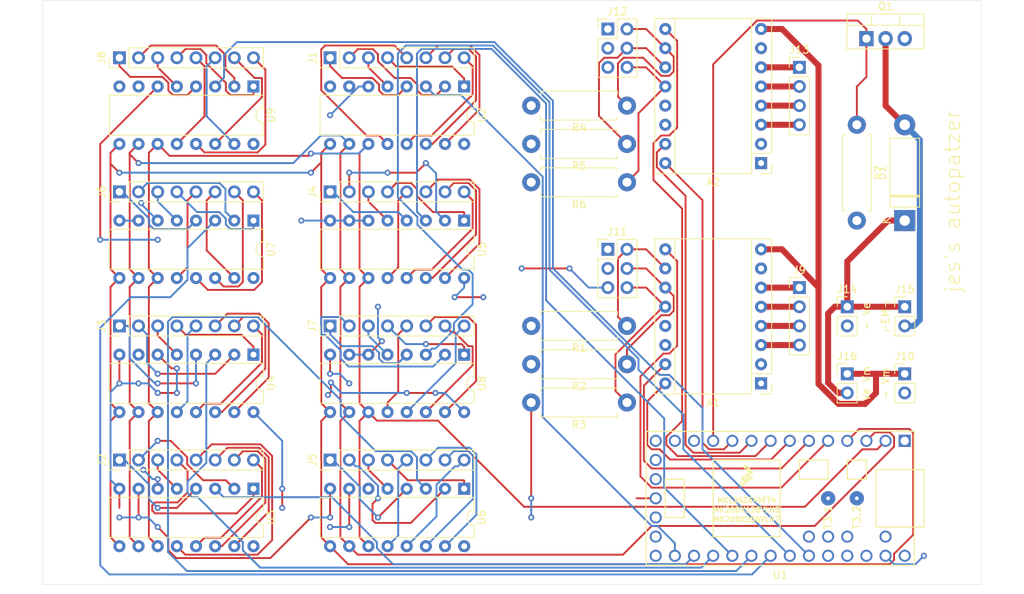
<source format=kicad_pcb>
(kicad_pcb (version 20171130) (host pcbnew 5.1.5-52549c5~84~ubuntu18.04.1)
  (layers (0 F.Cu signal) (31 B.Cu signal) (34 B.Paste user) (35 F.Paste user) (36 B.SilkS user) (37 F.SilkS user) (38 B.Mask user) (39 F.Mask user) (44 Edge.Cuts user))
  (net 0 "")
  (net 1 GND)
  (net 2 s1_EN)
  (net 3 VCC)
  (net 4 "Net-(A1-Pad10)")
  (net 5 "Net-(A1-Pad3)")
  (net 6 "Net-(A1-Pad11)")
  (net 7 "Net-(A1-Pad4)")
  (net 8 "Net-(A1-Pad12)")
  (net 9 "Net-(A1-Pad5)")
  (net 10 "Net-(A1-Pad6)")
  (net 11 s1_STEP)
  (net 12 VMOT)
  (net 13 s1_DIR)
  (net 14 s2_DIR)
  (net 15 s2_STEP)
  (net 16 "Net-(A2-Pad6)")
  (net 17 "Net-(A2-Pad5)")
  (net 18 "Net-(A2-Pad12)")
  (net 19 "Net-(A2-Pad4)")
  (net 20 "Net-(A2-Pad11)")
  (net 21 "Net-(A2-Pad3)")
  (net 22 "Net-(A2-Pad10)")
  (net 23 s2_EN)
  (net 24 VEM)
  (net 25 "Net-(D1-Pad2)")
  (net 26 "Net-(J1-Pad1)")
  (net 27 "Net-(J1-Pad2)")
  (net 28 "Net-(J1-Pad3)")
  (net 29 "Net-(J1-Pad4)")
  (net 30 "Net-(J1-Pad5)")
  (net 31 "Net-(J1-Pad6)")
  (net 32 "Net-(J1-Pad7)")
  (net 33 "Net-(J1-Pad8)")
  (net 34 "Net-(J2-Pad1)")
  (net 35 "Net-(J2-Pad2)")
  (net 36 "Net-(J2-Pad3)")
  (net 37 "Net-(J2-Pad4)")
  (net 38 "Net-(J2-Pad5)")
  (net 39 "Net-(J2-Pad6)")
  (net 40 "Net-(J2-Pad7)")
  (net 41 "Net-(J2-Pad8)")
  (net 42 "Net-(J3-Pad8)")
  (net 43 "Net-(J3-Pad7)")
  (net 44 "Net-(J3-Pad6)")
  (net 45 "Net-(J3-Pad5)")
  (net 46 "Net-(J3-Pad4)")
  (net 47 "Net-(J3-Pad3)")
  (net 48 "Net-(J3-Pad2)")
  (net 49 "Net-(J3-Pad1)")
  (net 50 "Net-(J4-Pad1)")
  (net 51 "Net-(J4-Pad2)")
  (net 52 "Net-(J4-Pad3)")
  (net 53 "Net-(J4-Pad4)")
  (net 54 "Net-(J4-Pad5)")
  (net 55 "Net-(J4-Pad6)")
  (net 56 "Net-(J4-Pad7)")
  (net 57 "Net-(J4-Pad8)")
  (net 58 "Net-(J5-Pad1)")
  (net 59 "Net-(J5-Pad2)")
  (net 60 "Net-(J5-Pad3)")
  (net 61 "Net-(J5-Pad4)")
  (net 62 "Net-(J5-Pad5)")
  (net 63 "Net-(J5-Pad6)")
  (net 64 "Net-(J5-Pad7)")
  (net 65 "Net-(J5-Pad8)")
  (net 66 "Net-(J6-Pad8)")
  (net 67 "Net-(J6-Pad7)")
  (net 68 "Net-(J6-Pad6)")
  (net 69 "Net-(J6-Pad5)")
  (net 70 "Net-(J6-Pad4)")
  (net 71 "Net-(J6-Pad3)")
  (net 72 "Net-(J6-Pad2)")
  (net 73 "Net-(J6-Pad1)")
  (net 74 "Net-(J7-Pad8)")
  (net 75 "Net-(J7-Pad7)")
  (net 76 "Net-(J7-Pad6)")
  (net 77 "Net-(J7-Pad5)")
  (net 78 "Net-(J7-Pad4)")
  (net 79 "Net-(J7-Pad3)")
  (net 80 "Net-(J7-Pad2)")
  (net 81 "Net-(J7-Pad1)")
  (net 82 "Net-(J8-Pad8)")
  (net 83 "Net-(J8-Pad7)")
  (net 84 "Net-(J8-Pad6)")
  (net 85 "Net-(J8-Pad5)")
  (net 86 "Net-(J8-Pad4)")
  (net 87 "Net-(J8-Pad3)")
  (net 88 "Net-(J8-Pad2)")
  (net 89 "Net-(J8-Pad1)")
  (net 90 EM_SIG)
  (net 91 bit1)
  (net 92 bit2)
  (net 93 bit3)
  (net 94 "Net-(U1-Pad12)")
  (net 95 "Net-(U1-Pad13)")
  (net 96 "Net-(U1-Pad37)")
  (net 97 "Net-(U1-Pad36)")
  (net 98 "Net-(U1-Pad35)")
  (net 99 "Net-(U1-Pad34)")
  (net 100 "Net-(U1-Pad33)")
  (net 101 "Net-(U1-Pad31)")
  (net 102 "Net-(U1-Pad30)")
  (net 103 "Net-(U1-Pad29)")
  (net 104 CD4051-7)
  (net 105 CD4051-6)
  (net 106 CD4051-5)
  (net 107 CD4051-4)
  (net 108 CD4051-3)
  (net 109 CD4051-2)
  (net 110 CD4051-1)
  (net 111 CD4051-0)
  (net 112 "Net-(U1-Pad14)")
  (net 113 "Net-(U1-Pad15)")
  (net 114 "Net-(U1-Pad16)")
  (net 115 "Net-(U1-Pad20)")
  (net 116 "Net-(U1-Pad19)")
  (net 117 "Net-(U1-Pad18)")
  (module MountingHole:MountingHole_3.2mm_M3 (layer F.Cu) (at 233.68 27.94)
    (fp_text reference REF** hide)
    (fp_text value MountingHole_3.2mm_M3)
    (pad 1 np_thru_hole circle (at 0 0) (size 3.2 3.2) (drill 3.2) (layers *.Cu *.Mask))
  )
  (module MountingHole:MountingHole_3.2mm_M3 (layer F.Cu) (at 233.68 97.79)
    (fp_text reference REF** hide)
    (fp_text value MountingHole_3.2mm_M3)
    (pad 1 np_thru_hole circle (at 0 0) (size 3.2 3.2) (drill 3.2) (layers *.Cu *.Mask))
  )
  (module MountingHole:MountingHole_3.2mm_M3 (layer F.Cu) (at 116.84 97.79)
    (fp_text reference REF** hide)
    (fp_text value MountingHole_3.2mm_M3)
    (pad 1 np_thru_hole circle (at 0 0) (size 3.2 3.2) (drill 3.2) (layers *.Cu *.Mask))
  )
  (module MountingHole:MountingHole_3.2mm_M3 (layer F.Cu) (at 116.84 27.94)
    (fp_text reference REF** hide)
    (fp_text value MountingHole_3.2mm_M3)
    (pad 1 np_thru_hole circle (at 0 0) (size 3.2 3.2) (drill 3.2) (layers *.Cu *.Mask))
  )
  (module Module:Pololu_Breakout-16_15.2x20.3mm (layer F.Cu) (at 208.28 74.93 180)
    (fp_text reference A1 (at 6.35 -2.54) (layer F.SilkS))
    (fp_text value Pololu_Breakout_A4988)
    (pad 1 thru_hole rect (at 0 0 180) (size 1.6 1.6) (drill 0.8) (layers *.Cu *.Mask) (net 1 GND))
    (pad 9 thru_hole oval (at 12.7 17.78 180) (size 1.6 1.6) (drill 0.8) (layers *.Cu *.Mask) (net 2 s1_EN))
    (pad 2 thru_hole oval (at 0 2.54 180) (size 1.6 1.6) (drill 0.8) (layers *.Cu *.Mask) (net 3 VCC))
    (pad 10 thru_hole oval (at 12.7 15.24 180) (size 1.6 1.6) (drill 0.8) (layers *.Cu *.Mask) (net 4 "Net-(A1-Pad10)"))
    (pad 3 thru_hole oval (at 0 5.08 180) (size 1.6 1.6) (drill 0.8) (layers *.Cu *.Mask) (net 5 "Net-(A1-Pad3)"))
    (pad 11 thru_hole oval (at 12.7 12.7 180) (size 1.6 1.6) (drill 0.8) (layers *.Cu *.Mask) (net 6 "Net-(A1-Pad11)"))
    (pad 4 thru_hole oval (at 0 7.62 180) (size 1.6 1.6) (drill 0.8) (layers *.Cu *.Mask) (net 7 "Net-(A1-Pad4)"))
    (pad 12 thru_hole oval (at 12.7 10.16 180) (size 1.6 1.6) (drill 0.8) (layers *.Cu *.Mask) (net 8 "Net-(A1-Pad12)"))
    (pad 5 thru_hole oval (at 0 10.16 180) (size 1.6 1.6) (drill 0.8) (layers *.Cu *.Mask) (net 9 "Net-(A1-Pad5)"))
    (pad 13 thru_hole oval (at 12.7 7.62 180) (size 1.6 1.6) (drill 0.8) (layers *.Cu *.Mask) (net 3 VCC))
    (pad 6 thru_hole oval (at 0 12.7 180) (size 1.6 1.6) (drill 0.8) (layers *.Cu *.Mask) (net 10 "Net-(A1-Pad6)"))
    (pad 14 thru_hole oval (at 12.7 5.08 180) (size 1.6 1.6) (drill 0.8) (layers *.Cu *.Mask) (net 3 VCC))
    (pad 7 thru_hole oval (at 0 15.24 180) (size 1.6 1.6) (drill 0.8) (layers *.Cu *.Mask) (net 1 GND))
    (pad 15 thru_hole oval (at 12.7 2.54 180) (size 1.6 1.6) (drill 0.8) (layers *.Cu *.Mask) (net 11 s1_STEP))
    (pad 8 thru_hole oval (at 0 17.78 180) (size 1.6 1.6) (drill 0.8) (layers *.Cu *.Mask) (net 12 VMOT))
    (pad 16 thru_hole oval (at 12.7 0 180) (size 1.6 1.6) (drill 0.8) (layers *.Cu *.Mask) (net 13 s1_DIR))
  )
  (module Module:Pololu_Breakout-16_15.2x20.3mm (layer F.Cu) (at 208.28 45.72 180)
    (fp_text reference A2 (at 6.35 -2.54) (layer F.SilkS))
    (fp_text value Pololu_Breakout_A4988)
    (pad 16 thru_hole oval (at 12.7 0 180) (size 1.6 1.6) (drill 0.8) (layers *.Cu *.Mask) (net 14 s2_DIR))
    (pad 8 thru_hole oval (at 0 17.78 180) (size 1.6 1.6) (drill 0.8) (layers *.Cu *.Mask) (net 12 VMOT))
    (pad 15 thru_hole oval (at 12.7 2.54 180) (size 1.6 1.6) (drill 0.8) (layers *.Cu *.Mask) (net 15 s2_STEP))
    (pad 7 thru_hole oval (at 0 15.24 180) (size 1.6 1.6) (drill 0.8) (layers *.Cu *.Mask) (net 1 GND))
    (pad 14 thru_hole oval (at 12.7 5.08 180) (size 1.6 1.6) (drill 0.8) (layers *.Cu *.Mask) (net 3 VCC))
    (pad 6 thru_hole oval (at 0 12.7 180) (size 1.6 1.6) (drill 0.8) (layers *.Cu *.Mask) (net 16 "Net-(A2-Pad6)"))
    (pad 13 thru_hole oval (at 12.7 7.62 180) (size 1.6 1.6) (drill 0.8) (layers *.Cu *.Mask) (net 3 VCC))
    (pad 5 thru_hole oval (at 0 10.16 180) (size 1.6 1.6) (drill 0.8) (layers *.Cu *.Mask) (net 17 "Net-(A2-Pad5)"))
    (pad 12 thru_hole oval (at 12.7 10.16 180) (size 1.6 1.6) (drill 0.8) (layers *.Cu *.Mask) (net 18 "Net-(A2-Pad12)"))
    (pad 4 thru_hole oval (at 0 7.62 180) (size 1.6 1.6) (drill 0.8) (layers *.Cu *.Mask) (net 19 "Net-(A2-Pad4)"))
    (pad 11 thru_hole oval (at 12.7 12.7 180) (size 1.6 1.6) (drill 0.8) (layers *.Cu *.Mask) (net 20 "Net-(A2-Pad11)"))
    (pad 3 thru_hole oval (at 0 5.08 180) (size 1.6 1.6) (drill 0.8) (layers *.Cu *.Mask) (net 21 "Net-(A2-Pad3)"))
    (pad 10 thru_hole oval (at 12.7 15.24 180) (size 1.6 1.6) (drill 0.8) (layers *.Cu *.Mask) (net 22 "Net-(A2-Pad10)"))
    (pad 2 thru_hole oval (at 0 2.54 180) (size 1.6 1.6) (drill 0.8) (layers *.Cu *.Mask) (net 3 VCC))
    (pad 9 thru_hole oval (at 12.7 17.78 180) (size 1.6 1.6) (drill 0.8) (layers *.Cu *.Mask) (net 23 s2_EN))
    (pad 1 thru_hole rect (at 0 0 180) (size 1.6 1.6) (drill 0.8) (layers *.Cu *.Mask) (net 1 GND))
  )
  (module Package_TO_SOT_THT:TO-220-3_Vertical (layer F.Cu) (at 222.25 29.21)
    (fp_text reference Q1 (at 2.54 -4.27) (layer F.SilkS))
    (fp_text value IRF540N)
    (pad 1 thru_hole rect (at 0 0) (size 1.905 2) (drill 1.1) (layers *.Cu *.Mask) (net 90 EM_SIG))
    (pad 2 thru_hole oval (at 2.54 0) (size 1.905 2) (drill 1.1) (layers *.Cu *.Mask) (net 25 "Net-(D1-Pad2)"))
    (pad 3 thru_hole oval (at 5.08 0) (size 1.905 2) (drill 1.1) (layers *.Cu *.Mask) (net 1 GND))
  )
  (module Resistor_THT:R_Axial_DIN0411_L9.9mm_D3.6mm_P12.70mm_Horizontal (layer F.Cu) (at 190.5 67.31 180)
    (fp_text reference R1 (at 6.35 -2.92) (layer F.SilkS))
    (fp_text value R)
    (pad 1 thru_hole circle (at 0 0 180) (size 2.4 2.4) (drill 1.2) (layers *.Cu *.Mask) (net 4 "Net-(A1-Pad10)"))
    (pad 2 thru_hole oval (at 12.7 0 180) (size 2.4 2.4) (drill 1.2) (layers *.Cu *.Mask) (net 1 GND))
  )
  (module Resistor_THT:R_Axial_DIN0411_L9.9mm_D3.6mm_P12.70mm_Horizontal (layer F.Cu) (at 190.5 72.39 180)
    (fp_text reference R2 (at 6.35 -2.92) (layer F.SilkS))
    (fp_text value R)
    (pad 1 thru_hole circle (at 0 0 180) (size 2.4 2.4) (drill 1.2) (layers *.Cu *.Mask) (net 6 "Net-(A1-Pad11)"))
    (pad 2 thru_hole oval (at 12.7 0 180) (size 2.4 2.4) (drill 1.2) (layers *.Cu *.Mask) (net 1 GND))
  )
  (module Resistor_THT:R_Axial_DIN0411_L9.9mm_D3.6mm_P12.70mm_Horizontal (layer F.Cu) (at 190.5 77.47 180)
    (fp_text reference R3 (at 6.35 -2.92) (layer F.SilkS))
    (fp_text value R)
    (pad 2 thru_hole oval (at 12.7 0 180) (size 2.4 2.4) (drill 1.2) (layers *.Cu *.Mask) (net 1 GND))
    (pad 1 thru_hole circle (at 0 0 180) (size 2.4 2.4) (drill 1.2) (layers *.Cu *.Mask) (net 8 "Net-(A1-Pad12)"))
  )
  (module Resistor_THT:R_Axial_DIN0411_L9.9mm_D3.6mm_P12.70mm_Horizontal (layer F.Cu) (at 190.5 38.1 180)
    (fp_text reference R4 (at 6.35 -2.92) (layer F.SilkS))
    (fp_text value R)
    (pad 2 thru_hole oval (at 12.7 0 180) (size 2.4 2.4) (drill 1.2) (layers *.Cu *.Mask) (net 1 GND))
    (pad 1 thru_hole circle (at 0 0 180) (size 2.4 2.4) (drill 1.2) (layers *.Cu *.Mask) (net 22 "Net-(A2-Pad10)"))
  )
  (module Resistor_THT:R_Axial_DIN0411_L9.9mm_D3.6mm_P12.70mm_Horizontal (layer F.Cu) (at 190.5 43.18 180)
    (fp_text reference R5 (at 6.35 -2.92) (layer F.SilkS))
    (fp_text value R)
    (pad 2 thru_hole oval (at 12.7 0 180) (size 2.4 2.4) (drill 1.2) (layers *.Cu *.Mask) (net 1 GND))
    (pad 1 thru_hole circle (at 0 0 180) (size 2.4 2.4) (drill 1.2) (layers *.Cu *.Mask) (net 20 "Net-(A2-Pad11)"))
  )
  (module Resistor_THT:R_Axial_DIN0411_L9.9mm_D3.6mm_P12.70mm_Horizontal (layer F.Cu) (at 190.5 48.26 180)
    (fp_text reference R6 (at 6.35 -2.92) (layer F.SilkS))
    (fp_text value R)
    (pad 1 thru_hole circle (at 0 0 180) (size 2.4 2.4) (drill 1.2) (layers *.Cu *.Mask) (net 18 "Net-(A2-Pad12)"))
    (pad 2 thru_hole oval (at 12.7 0 180) (size 2.4 2.4) (drill 1.2) (layers *.Cu *.Mask) (net 1 GND))
  )
  (module Resistor_THT:R_Axial_DIN0411_L9.9mm_D3.6mm_P12.70mm_Horizontal (layer F.Cu) (at 220.98 40.64 270)
    (fp_text reference R7 (at 6.35 -2.92 90) (layer F.SilkS))
    (fp_text value R)
    (pad 1 thru_hole circle (at 0 0 270) (size 2.4 2.4) (drill 1.2) (layers *.Cu *.Mask) (net 90 EM_SIG))
    (pad 2 thru_hole oval (at 12.7 0 270) (size 2.4 2.4) (drill 1.2) (layers *.Cu *.Mask) (net 1 GND))
  )
  (module autopatzer:Teensy30_31_32_LC (layer F.Cu) (at 210.82 90.17 180)
    (fp_text reference U1 (at 0 -10.16) (layer F.SilkS))
    (fp_text value Teensy3.2)
    (fp_text user MK20DX128VLH5 (at 4.445 -1.524) (layer F.SilkS) (effects (font (size 0.7 0.7))))
    (fp_text user MKL26Z64VFT4 (at 4.445 -0.254) (layer F.SilkS) (effects (font (size 0.7 0.7))))
    (fp_text user MK20DX256VLH7 (at 4.445 -2.794) (layer F.SilkS) (effects (font (size 0.7 0.7))))
    (fp_text user T3.1 (at -6.35 -2.54 90) (layer F.SilkS))
    (fp_text user T3.2 (at -10.16 -2.54 90) (layer F.SilkS))
    (pad 52 thru_hole circle (at -10.16 0 180) (size 1.9 1.9) (drill 0.5) (layers *.Cu *.Mask))
    (pad 52 thru_hole circle (at -6.35 0 180) (size 1.9 1.9) (drill 0.5) (layers *.Cu *.Mask))
    (pad 1 thru_hole rect (at -16.51 7.62 180) (size 1.6 1.6) (drill 1.1) (layers *.Cu *.Mask) (net 1 GND))
    (pad 2 thru_hole circle (at -13.97 7.62 180) (size 1.6 1.6) (drill 1.1) (layers *.Cu *.Mask) (net 91 bit1))
    (pad 3 thru_hole circle (at -11.43 7.62 180) (size 1.6 1.6) (drill 1.1) (layers *.Cu *.Mask) (net 92 bit2))
    (pad 4 thru_hole circle (at -8.89 7.62 180) (size 1.6 1.6) (drill 1.1) (layers *.Cu *.Mask) (net 93 bit3))
    (pad 5 thru_hole circle (at -6.35 7.62 180) (size 1.6 1.6) (drill 1.1) (layers *.Cu *.Mask) (net 2 s1_EN))
    (pad 6 thru_hole circle (at -3.81 7.62 180) (size 1.6 1.6) (drill 1.1) (layers *.Cu *.Mask) (net 11 s1_STEP))
    (pad 7 thru_hole circle (at -1.27 7.62 180) (size 1.6 1.6) (drill 1.1) (layers *.Cu *.Mask) (net 13 s1_DIR))
    (pad 8 thru_hole circle (at 1.27 7.62 180) (size 1.6 1.6) (drill 1.1) (layers *.Cu *.Mask) (net 23 s2_EN))
    (pad 9 thru_hole circle (at 3.81 7.62 180) (size 1.6 1.6) (drill 1.1) (layers *.Cu *.Mask) (net 15 s2_STEP))
    (pad 10 thru_hole circle (at 6.35 7.62 180) (size 1.6 1.6) (drill 1.1) (layers *.Cu *.Mask) (net 14 s2_DIR))
    (pad 11 thru_hole circle (at 8.89 7.62 180) (size 1.6 1.6) (drill 1.1) (layers *.Cu *.Mask) (net 90 EM_SIG))
    (pad 12 thru_hole circle (at 11.43 7.62 180) (size 1.6 1.6) (drill 1.1) (layers *.Cu *.Mask) (net 94 "Net-(U1-Pad12)"))
    (pad 13 thru_hole circle (at 13.97 7.62 180) (size 1.6 1.6) (drill 1.1) (layers *.Cu *.Mask) (net 95 "Net-(U1-Pad13)"))
    (pad 37 thru_hole circle (at -3.81 -5.08 180) (size 1.6 1.6) (drill 1.1) (layers *.Cu *.Mask) (net 96 "Net-(U1-Pad37)"))
    (pad 36 thru_hole circle (at -6.35 -5.08 180) (size 1.6 1.6) (drill 1.1) (layers *.Cu *.Mask) (net 97 "Net-(U1-Pad36)"))
    (pad 35 thru_hole circle (at -8.89 -5.08 180) (size 1.6 1.6) (drill 1.1) (layers *.Cu *.Mask) (net 98 "Net-(U1-Pad35)"))
    (pad 34 thru_hole circle (at -13.97 -5.08 180) (size 1.6 1.6) (drill 1.1) (layers *.Cu *.Mask) (net 99 "Net-(U1-Pad34)"))
    (pad 33 thru_hole circle (at -16.51 -7.62 180) (size 1.6 1.6) (drill 1.1) (layers *.Cu *.Mask) (net 100 "Net-(U1-Pad33)"))
    (pad 32 thru_hole circle (at -13.97 -7.62 180) (size 1.6 1.6) (drill 1.1) (layers *.Cu *.Mask) (net 1 GND))
    (pad 31 thru_hole circle (at -11.43 -7.62 180) (size 1.6 1.6) (drill 1.1) (layers *.Cu *.Mask) (net 101 "Net-(U1-Pad31)"))
    (pad 30 thru_hole circle (at -8.89 -7.62 180) (size 1.6 1.6) (drill 1.1) (layers *.Cu *.Mask) (net 102 "Net-(U1-Pad30)"))
    (pad 29 thru_hole circle (at -6.35 -7.62 180) (size 1.6 1.6) (drill 1.1) (layers *.Cu *.Mask) (net 103 "Net-(U1-Pad29)"))
    (pad 28 thru_hole circle (at -3.81 -7.62 180) (size 1.6 1.6) (drill 1.1) (layers *.Cu *.Mask) (net 104 CD4051-7))
    (pad 27 thru_hole circle (at -1.27 -7.62 180) (size 1.6 1.6) (drill 1.1) (layers *.Cu *.Mask) (net 105 CD4051-6))
    (pad 26 thru_hole circle (at 1.27 -7.62 180) (size 1.6 1.6) (drill 1.1) (layers *.Cu *.Mask) (net 106 CD4051-5))
    (pad 25 thru_hole circle (at 3.81 -7.62 180) (size 1.6 1.6) (drill 1.1) (layers *.Cu *.Mask) (net 107 CD4051-4))
    (pad 24 thru_hole circle (at 6.35 -7.62 180) (size 1.6 1.6) (drill 1.1) (layers *.Cu *.Mask) (net 108 CD4051-3))
    (pad 23 thru_hole circle (at 8.89 -7.62 180) (size 1.6 1.6) (drill 1.1) (layers *.Cu *.Mask) (net 109 CD4051-2))
    (pad 22 thru_hole circle (at 11.43 -7.62 180) (size 1.6 1.6) (drill 1.1) (layers *.Cu *.Mask) (net 110 CD4051-1))
    (pad 21 thru_hole circle (at 13.97 -7.62 180) (size 1.6 1.6) (drill 1.1) (layers *.Cu *.Mask) (net 111 CD4051-0))
    (pad 14 thru_hole circle (at 16.51 7.62 180) (size 1.6 1.6) (drill 1.1) (layers *.Cu *.Mask) (net 112 "Net-(U1-Pad14)"))
    (pad 15 thru_hole circle (at 16.51 5.08 180) (size 1.6 1.6) (drill 1.1) (layers *.Cu *.Mask) (net 113 "Net-(U1-Pad15)"))
    (pad 16 thru_hole circle (at 16.51 2.54 180) (size 1.6 1.6) (drill 1.1) (layers *.Cu *.Mask) (net 114 "Net-(U1-Pad16)"))
    (pad 20 thru_hole circle (at 16.51 -7.62 180) (size 1.6 1.6) (drill 1.1) (layers *.Cu *.Mask) (net 115 "Net-(U1-Pad20)"))
    (pad 19 thru_hole circle (at 16.51 -5.08 180) (size 1.6 1.6) (drill 1.1) (layers *.Cu *.Mask) (net 116 "Net-(U1-Pad19)"))
    (pad 18 thru_hole circle (at 16.51 -2.54 180) (size 1.6 1.6) (drill 1.1) (layers *.Cu *.Mask) (net 117 "Net-(U1-Pad18)"))
    (pad 17 thru_hole circle (at 16.51 0 180) (size 1.6 1.6) (drill 1.1) (layers *.Cu *.Mask) (net 1 GND))
  )
  (module Package_DIP:DIP-16_W7.62mm (layer F.Cu) (at 168.91 35.56 270)
    (fp_text reference U2 (at 3.81 -2.33 90) (layer F.SilkS))
    (fp_text value CD4051B)
    (pad 16 thru_hole oval (at 7.62 0 270) (size 1.6 1.6) (drill 0.8) (layers *.Cu *.Mask) (net 3 VCC))
    (pad 8 thru_hole oval (at 0 17.78 270) (size 1.6 1.6) (drill 0.8) (layers *.Cu *.Mask) (net 1 GND))
    (pad 15 thru_hole oval (at 7.62 2.54 270) (size 1.6 1.6) (drill 0.8) (layers *.Cu *.Mask) (net 31 "Net-(J1-Pad6)"))
    (pad 7 thru_hole oval (at 0 15.24 270) (size 1.6 1.6) (drill 0.8) (layers *.Cu *.Mask) (net 1 GND))
    (pad 14 thru_hole oval (at 7.62 5.08 270) (size 1.6 1.6) (drill 0.8) (layers *.Cu *.Mask) (net 32 "Net-(J1-Pad7)"))
    (pad 6 thru_hole oval (at 0 12.7 270) (size 1.6 1.6) (drill 0.8) (layers *.Cu *.Mask) (net 1 GND))
    (pad 13 thru_hole oval (at 7.62 7.62 270) (size 1.6 1.6) (drill 0.8) (layers *.Cu *.Mask) (net 33 "Net-(J1-Pad8)"))
    (pad 5 thru_hole oval (at 0 10.16 270) (size 1.6 1.6) (drill 0.8) (layers *.Cu *.Mask) (net 28 "Net-(J1-Pad3)"))
    (pad 12 thru_hole oval (at 7.62 10.16 270) (size 1.6 1.6) (drill 0.8) (layers *.Cu *.Mask) (net 30 "Net-(J1-Pad5)"))
    (pad 4 thru_hole oval (at 0 7.62 270) (size 1.6 1.6) (drill 0.8) (layers *.Cu *.Mask) (net 26 "Net-(J1-Pad1)"))
    (pad 11 thru_hole oval (at 7.62 12.7 270) (size 1.6 1.6) (drill 0.8) (layers *.Cu *.Mask) (net 91 bit1))
    (pad 3 thru_hole oval (at 0 5.08 270) (size 1.6 1.6) (drill 0.8) (layers *.Cu *.Mask) (net 111 CD4051-0))
    (pad 10 thru_hole oval (at 7.62 15.24 270) (size 1.6 1.6) (drill 0.8) (layers *.Cu *.Mask) (net 92 bit2))
    (pad 2 thru_hole oval (at 0 2.54 270) (size 1.6 1.6) (drill 0.8) (layers *.Cu *.Mask) (net 27 "Net-(J1-Pad2)"))
    (pad 9 thru_hole oval (at 7.62 17.78 270) (size 1.6 1.6) (drill 0.8) (layers *.Cu *.Mask) (net 93 bit3))
    (pad 1 thru_hole rect (at 0 0 270) (size 1.6 1.6) (drill 0.8) (layers *.Cu *.Mask) (net 29 "Net-(J1-Pad4)"))
  )
  (module Package_DIP:DIP-16_W7.62mm (layer F.Cu) (at 140.97 88.9 270)
    (fp_text reference U3 (at 3.81 -2.33 90) (layer F.SilkS))
    (fp_text value CD4051B)
    (pad 1 thru_hole rect (at 0 0 270) (size 1.6 1.6) (drill 0.8) (layers *.Cu *.Mask) (net 37 "Net-(J2-Pad4)"))
    (pad 9 thru_hole oval (at 7.62 17.78 270) (size 1.6 1.6) (drill 0.8) (layers *.Cu *.Mask) (net 93 bit3))
    (pad 2 thru_hole oval (at 0 2.54 270) (size 1.6 1.6) (drill 0.8) (layers *.Cu *.Mask) (net 35 "Net-(J2-Pad2)"))
    (pad 10 thru_hole oval (at 7.62 15.24 270) (size 1.6 1.6) (drill 0.8) (layers *.Cu *.Mask) (net 92 bit2))
    (pad 3 thru_hole oval (at 0 5.08 270) (size 1.6 1.6) (drill 0.8) (layers *.Cu *.Mask) (net 110 CD4051-1))
    (pad 11 thru_hole oval (at 7.62 12.7 270) (size 1.6 1.6) (drill 0.8) (layers *.Cu *.Mask) (net 91 bit1))
    (pad 4 thru_hole oval (at 0 7.62 270) (size 1.6 1.6) (drill 0.8) (layers *.Cu *.Mask) (net 34 "Net-(J2-Pad1)"))
    (pad 12 thru_hole oval (at 7.62 10.16 270) (size 1.6 1.6) (drill 0.8) (layers *.Cu *.Mask) (net 38 "Net-(J2-Pad5)"))
    (pad 5 thru_hole oval (at 0 10.16 270) (size 1.6 1.6) (drill 0.8) (layers *.Cu *.Mask) (net 36 "Net-(J2-Pad3)"))
    (pad 13 thru_hole oval (at 7.62 7.62 270) (size 1.6 1.6) (drill 0.8) (layers *.Cu *.Mask) (net 41 "Net-(J2-Pad8)"))
    (pad 6 thru_hole oval (at 0 12.7 270) (size 1.6 1.6) (drill 0.8) (layers *.Cu *.Mask) (net 1 GND))
    (pad 14 thru_hole oval (at 7.62 5.08 270) (size 1.6 1.6) (drill 0.8) (layers *.Cu *.Mask) (net 40 "Net-(J2-Pad7)"))
    (pad 7 thru_hole oval (at 0 15.24 270) (size 1.6 1.6) (drill 0.8) (layers *.Cu *.Mask) (net 1 GND))
    (pad 15 thru_hole oval (at 7.62 2.54 270) (size 1.6 1.6) (drill 0.8) (layers *.Cu *.Mask) (net 39 "Net-(J2-Pad6)"))
    (pad 8 thru_hole oval (at 0 17.78 270) (size 1.6 1.6) (drill 0.8) (layers *.Cu *.Mask) (net 1 GND))
    (pad 16 thru_hole oval (at 7.62 0 270) (size 1.6 1.6) (drill 0.8) (layers *.Cu *.Mask) (net 3 VCC))
  )
  (module Package_DIP:DIP-16_W7.62mm (layer F.Cu) (at 140.97 71.12 270)
    (fp_text reference U4 (at 3.81 -2.33 90) (layer F.SilkS))
    (fp_text value CD4051B)
    (pad 16 thru_hole oval (at 7.62 0 270) (size 1.6 1.6) (drill 0.8) (layers *.Cu *.Mask) (net 3 VCC))
    (pad 8 thru_hole oval (at 0 17.78 270) (size 1.6 1.6) (drill 0.8) (layers *.Cu *.Mask) (net 1 GND))
    (pad 15 thru_hole oval (at 7.62 2.54 270) (size 1.6 1.6) (drill 0.8) (layers *.Cu *.Mask) (net 44 "Net-(J3-Pad6)"))
    (pad 7 thru_hole oval (at 0 15.24 270) (size 1.6 1.6) (drill 0.8) (layers *.Cu *.Mask) (net 1 GND))
    (pad 14 thru_hole oval (at 7.62 5.08 270) (size 1.6 1.6) (drill 0.8) (layers *.Cu *.Mask) (net 43 "Net-(J3-Pad7)"))
    (pad 6 thru_hole oval (at 0 12.7 270) (size 1.6 1.6) (drill 0.8) (layers *.Cu *.Mask) (net 1 GND))
    (pad 13 thru_hole oval (at 7.62 7.62 270) (size 1.6 1.6) (drill 0.8) (layers *.Cu *.Mask) (net 42 "Net-(J3-Pad8)"))
    (pad 5 thru_hole oval (at 0 10.16 270) (size 1.6 1.6) (drill 0.8) (layers *.Cu *.Mask) (net 47 "Net-(J3-Pad3)"))
    (pad 12 thru_hole oval (at 7.62 10.16 270) (size 1.6 1.6) (drill 0.8) (layers *.Cu *.Mask) (net 45 "Net-(J3-Pad5)"))
    (pad 4 thru_hole oval (at 0 7.62 270) (size 1.6 1.6) (drill 0.8) (layers *.Cu *.Mask) (net 49 "Net-(J3-Pad1)"))
    (pad 11 thru_hole oval (at 7.62 12.7 270) (size 1.6 1.6) (drill 0.8) (layers *.Cu *.Mask) (net 91 bit1))
    (pad 3 thru_hole oval (at 0 5.08 270) (size 1.6 1.6) (drill 0.8) (layers *.Cu *.Mask) (net 109 CD4051-2))
    (pad 10 thru_hole oval (at 7.62 15.24 270) (size 1.6 1.6) (drill 0.8) (layers *.Cu *.Mask) (net 92 bit2))
    (pad 2 thru_hole oval (at 0 2.54 270) (size 1.6 1.6) (drill 0.8) (layers *.Cu *.Mask) (net 48 "Net-(J3-Pad2)"))
    (pad 9 thru_hole oval (at 7.62 17.78 270) (size 1.6 1.6) (drill 0.8) (layers *.Cu *.Mask) (net 93 bit3))
    (pad 1 thru_hole rect (at 0 0 270) (size 1.6 1.6) (drill 0.8) (layers *.Cu *.Mask) (net 46 "Net-(J3-Pad4)"))
  )
  (module Package_DIP:DIP-16_W7.62mm (layer F.Cu) (at 168.91 53.34 270)
    (fp_text reference U5 (at 3.81 -2.33 90) (layer F.SilkS))
    (fp_text value CD4051B)
    (pad 16 thru_hole oval (at 7.62 0 270) (size 1.6 1.6) (drill 0.8) (layers *.Cu *.Mask) (net 3 VCC))
    (pad 8 thru_hole oval (at 0 17.78 270) (size 1.6 1.6) (drill 0.8) (layers *.Cu *.Mask) (net 1 GND))
    (pad 15 thru_hole oval (at 7.62 2.54 270) (size 1.6 1.6) (drill 0.8) (layers *.Cu *.Mask) (net 55 "Net-(J4-Pad6)"))
    (pad 7 thru_hole oval (at 0 15.24 270) (size 1.6 1.6) (drill 0.8) (layers *.Cu *.Mask) (net 1 GND))
    (pad 14 thru_hole oval (at 7.62 5.08 270) (size 1.6 1.6) (drill 0.8) (layers *.Cu *.Mask) (net 56 "Net-(J4-Pad7)"))
    (pad 6 thru_hole oval (at 0 12.7 270) (size 1.6 1.6) (drill 0.8) (layers *.Cu *.Mask) (net 1 GND))
    (pad 13 thru_hole oval (at 7.62 7.62 270) (size 1.6 1.6) (drill 0.8) (layers *.Cu *.Mask) (net 57 "Net-(J4-Pad8)"))
    (pad 5 thru_hole oval (at 0 10.16 270) (size 1.6 1.6) (drill 0.8) (layers *.Cu *.Mask) (net 52 "Net-(J4-Pad3)"))
    (pad 12 thru_hole oval (at 7.62 10.16 270) (size 1.6 1.6) (drill 0.8) (layers *.Cu *.Mask) (net 54 "Net-(J4-Pad5)"))
    (pad 4 thru_hole oval (at 0 7.62 270) (size 1.6 1.6) (drill 0.8) (layers *.Cu *.Mask) (net 50 "Net-(J4-Pad1)"))
    (pad 11 thru_hole oval (at 7.62 12.7 270) (size 1.6 1.6) (drill 0.8) (layers *.Cu *.Mask) (net 91 bit1))
    (pad 3 thru_hole oval (at 0 5.08 270) (size 1.6 1.6) (drill 0.8) (layers *.Cu *.Mask) (net 108 CD4051-3))
    (pad 10 thru_hole oval (at 7.62 15.24 270) (size 1.6 1.6) (drill 0.8) (layers *.Cu *.Mask) (net 92 bit2))
    (pad 2 thru_hole oval (at 0 2.54 270) (size 1.6 1.6) (drill 0.8) (layers *.Cu *.Mask) (net 51 "Net-(J4-Pad2)"))
    (pad 9 thru_hole oval (at 7.62 17.78 270) (size 1.6 1.6) (drill 0.8) (layers *.Cu *.Mask) (net 93 bit3))
    (pad 1 thru_hole rect (at 0 0 270) (size 1.6 1.6) (drill 0.8) (layers *.Cu *.Mask) (net 53 "Net-(J4-Pad4)"))
  )
  (module Package_DIP:DIP-16_W7.62mm (layer F.Cu) (at 168.91 88.9 270)
    (fp_text reference U6 (at 3.81 -2.33 90) (layer F.SilkS))
    (fp_text value CD4051B)
    (pad 16 thru_hole oval (at 7.62 0 270) (size 1.6 1.6) (drill 0.8) (layers *.Cu *.Mask) (net 3 VCC))
    (pad 8 thru_hole oval (at 0 17.78 270) (size 1.6 1.6) (drill 0.8) (layers *.Cu *.Mask) (net 1 GND))
    (pad 15 thru_hole oval (at 7.62 2.54 270) (size 1.6 1.6) (drill 0.8) (layers *.Cu *.Mask) (net 63 "Net-(J5-Pad6)"))
    (pad 7 thru_hole oval (at 0 15.24 270) (size 1.6 1.6) (drill 0.8) (layers *.Cu *.Mask) (net 1 GND))
    (pad 14 thru_hole oval (at 7.62 5.08 270) (size 1.6 1.6) (drill 0.8) (layers *.Cu *.Mask) (net 64 "Net-(J5-Pad7)"))
    (pad 6 thru_hole oval (at 0 12.7 270) (size 1.6 1.6) (drill 0.8) (layers *.Cu *.Mask) (net 1 GND))
    (pad 13 thru_hole oval (at 7.62 7.62 270) (size 1.6 1.6) (drill 0.8) (layers *.Cu *.Mask) (net 65 "Net-(J5-Pad8)"))
    (pad 5 thru_hole oval (at 0 10.16 270) (size 1.6 1.6) (drill 0.8) (layers *.Cu *.Mask) (net 60 "Net-(J5-Pad3)"))
    (pad 12 thru_hole oval (at 7.62 10.16 270) (size 1.6 1.6) (drill 0.8) (layers *.Cu *.Mask) (net 62 "Net-(J5-Pad5)"))
    (pad 4 thru_hole oval (at 0 7.62 270) (size 1.6 1.6) (drill 0.8) (layers *.Cu *.Mask) (net 58 "Net-(J5-Pad1)"))
    (pad 11 thru_hole oval (at 7.62 12.7 270) (size 1.6 1.6) (drill 0.8) (layers *.Cu *.Mask) (net 91 bit1))
    (pad 3 thru_hole oval (at 0 5.08 270) (size 1.6 1.6) (drill 0.8) (layers *.Cu *.Mask) (net 107 CD4051-4))
    (pad 10 thru_hole oval (at 7.62 15.24 270) (size 1.6 1.6) (drill 0.8) (layers *.Cu *.Mask) (net 92 bit2))
    (pad 2 thru_hole oval (at 0 2.54 270) (size 1.6 1.6) (drill 0.8) (layers *.Cu *.Mask) (net 59 "Net-(J5-Pad2)"))
    (pad 9 thru_hole oval (at 7.62 17.78 270) (size 1.6 1.6) (drill 0.8) (layers *.Cu *.Mask) (net 93 bit3))
    (pad 1 thru_hole rect (at 0 0 270) (size 1.6 1.6) (drill 0.8) (layers *.Cu *.Mask) (net 61 "Net-(J5-Pad4)"))
  )
  (module Package_DIP:DIP-16_W7.62mm (layer F.Cu) (at 140.97 53.34 270)
    (fp_text reference U7 (at 3.81 -2.33 90) (layer F.SilkS))
    (fp_text value CD4051B)
    (pad 1 thru_hole rect (at 0 0 270) (size 1.6 1.6) (drill 0.8) (layers *.Cu *.Mask) (net 70 "Net-(J6-Pad4)"))
    (pad 9 thru_hole oval (at 7.62 17.78 270) (size 1.6 1.6) (drill 0.8) (layers *.Cu *.Mask) (net 93 bit3))
    (pad 2 thru_hole oval (at 0 2.54 270) (size 1.6 1.6) (drill 0.8) (layers *.Cu *.Mask) (net 72 "Net-(J6-Pad2)"))
    (pad 10 thru_hole oval (at 7.62 15.24 270) (size 1.6 1.6) (drill 0.8) (layers *.Cu *.Mask) (net 92 bit2))
    (pad 3 thru_hole oval (at 0 5.08 270) (size 1.6 1.6) (drill 0.8) (layers *.Cu *.Mask) (net 106 CD4051-5))
    (pad 11 thru_hole oval (at 7.62 12.7 270) (size 1.6 1.6) (drill 0.8) (layers *.Cu *.Mask) (net 91 bit1))
    (pad 4 thru_hole oval (at 0 7.62 270) (size 1.6 1.6) (drill 0.8) (layers *.Cu *.Mask) (net 73 "Net-(J6-Pad1)"))
    (pad 12 thru_hole oval (at 7.62 10.16 270) (size 1.6 1.6) (drill 0.8) (layers *.Cu *.Mask) (net 69 "Net-(J6-Pad5)"))
    (pad 5 thru_hole oval (at 0 10.16 270) (size 1.6 1.6) (drill 0.8) (layers *.Cu *.Mask) (net 71 "Net-(J6-Pad3)"))
    (pad 13 thru_hole oval (at 7.62 7.62 270) (size 1.6 1.6) (drill 0.8) (layers *.Cu *.Mask) (net 66 "Net-(J6-Pad8)"))
    (pad 6 thru_hole oval (at 0 12.7 270) (size 1.6 1.6) (drill 0.8) (layers *.Cu *.Mask) (net 1 GND))
    (pad 14 thru_hole oval (at 7.62 5.08 270) (size 1.6 1.6) (drill 0.8) (layers *.Cu *.Mask) (net 67 "Net-(J6-Pad7)"))
    (pad 7 thru_hole oval (at 0 15.24 270) (size 1.6 1.6) (drill 0.8) (layers *.Cu *.Mask) (net 1 GND))
    (pad 15 thru_hole oval (at 7.62 2.54 270) (size 1.6 1.6) (drill 0.8) (layers *.Cu *.Mask) (net 68 "Net-(J6-Pad6)"))
    (pad 8 thru_hole oval (at 0 17.78 270) (size 1.6 1.6) (drill 0.8) (layers *.Cu *.Mask) (net 1 GND))
    (pad 16 thru_hole oval (at 7.62 0 270) (size 1.6 1.6) (drill 0.8) (layers *.Cu *.Mask) (net 3 VCC))
  )
  (module Package_DIP:DIP-16_W7.62mm (layer F.Cu) (at 168.91 71.12 270)
    (fp_text reference U8 (at 3.81 -2.33 90) (layer F.SilkS))
    (fp_text value CD4051B)
    (pad 1 thru_hole rect (at 0 0 270) (size 1.6 1.6) (drill 0.8) (layers *.Cu *.Mask) (net 78 "Net-(J7-Pad4)"))
    (pad 9 thru_hole oval (at 7.62 17.78 270) (size 1.6 1.6) (drill 0.8) (layers *.Cu *.Mask) (net 93 bit3))
    (pad 2 thru_hole oval (at 0 2.54 270) (size 1.6 1.6) (drill 0.8) (layers *.Cu *.Mask) (net 80 "Net-(J7-Pad2)"))
    (pad 10 thru_hole oval (at 7.62 15.24 270) (size 1.6 1.6) (drill 0.8) (layers *.Cu *.Mask) (net 92 bit2))
    (pad 3 thru_hole oval (at 0 5.08 270) (size 1.6 1.6) (drill 0.8) (layers *.Cu *.Mask) (net 105 CD4051-6))
    (pad 11 thru_hole oval (at 7.62 12.7 270) (size 1.6 1.6) (drill 0.8) (layers *.Cu *.Mask) (net 91 bit1))
    (pad 4 thru_hole oval (at 0 7.62 270) (size 1.6 1.6) (drill 0.8) (layers *.Cu *.Mask) (net 81 "Net-(J7-Pad1)"))
    (pad 12 thru_hole oval (at 7.62 10.16 270) (size 1.6 1.6) (drill 0.8) (layers *.Cu *.Mask) (net 77 "Net-(J7-Pad5)"))
    (pad 5 thru_hole oval (at 0 10.16 270) (size 1.6 1.6) (drill 0.8) (layers *.Cu *.Mask) (net 79 "Net-(J7-Pad3)"))
    (pad 13 thru_hole oval (at 7.62 7.62 270) (size 1.6 1.6) (drill 0.8) (layers *.Cu *.Mask) (net 74 "Net-(J7-Pad8)"))
    (pad 6 thru_hole oval (at 0 12.7 270) (size 1.6 1.6) (drill 0.8) (layers *.Cu *.Mask) (net 1 GND))
    (pad 14 thru_hole oval (at 7.62 5.08 270) (size 1.6 1.6) (drill 0.8) (layers *.Cu *.Mask) (net 75 "Net-(J7-Pad7)"))
    (pad 7 thru_hole oval (at 0 15.24 270) (size 1.6 1.6) (drill 0.8) (layers *.Cu *.Mask) (net 1 GND))
    (pad 15 thru_hole oval (at 7.62 2.54 270) (size 1.6 1.6) (drill 0.8) (layers *.Cu *.Mask) (net 76 "Net-(J7-Pad6)"))
    (pad 8 thru_hole oval (at 0 17.78 270) (size 1.6 1.6) (drill 0.8) (layers *.Cu *.Mask) (net 1 GND))
    (pad 16 thru_hole oval (at 7.62 0 270) (size 1.6 1.6) (drill 0.8) (layers *.Cu *.Mask) (net 3 VCC))
  )
  (module Package_DIP:DIP-16_W7.62mm (layer F.Cu) (at 140.97 35.56 270)
    (fp_text reference U9 (at 3.81 -2.33 90) (layer F.SilkS))
    (fp_text value CD4051B)
    (pad 1 thru_hole rect (at 0 0 270) (size 1.6 1.6) (drill 0.8) (layers *.Cu *.Mask) (net 86 "Net-(J8-Pad4)"))
    (pad 9 thru_hole oval (at 7.62 17.78 270) (size 1.6 1.6) (drill 0.8) (layers *.Cu *.Mask) (net 93 bit3))
    (pad 2 thru_hole oval (at 0 2.54 270) (size 1.6 1.6) (drill 0.8) (layers *.Cu *.Mask) (net 88 "Net-(J8-Pad2)"))
    (pad 10 thru_hole oval (at 7.62 15.24 270) (size 1.6 1.6) (drill 0.8) (layers *.Cu *.Mask) (net 92 bit2))
    (pad 3 thru_hole oval (at 0 5.08 270) (size 1.6 1.6) (drill 0.8) (layers *.Cu *.Mask) (net 104 CD4051-7))
    (pad 11 thru_hole oval (at 7.62 12.7 270) (size 1.6 1.6) (drill 0.8) (layers *.Cu *.Mask) (net 91 bit1))
    (pad 4 thru_hole oval (at 0 7.62 270) (size 1.6 1.6) (drill 0.8) (layers *.Cu *.Mask) (net 89 "Net-(J8-Pad1)"))
    (pad 12 thru_hole oval (at 7.62 10.16 270) (size 1.6 1.6) (drill 0.8) (layers *.Cu *.Mask) (net 85 "Net-(J8-Pad5)"))
    (pad 5 thru_hole oval (at 0 10.16 270) (size 1.6 1.6) (drill 0.8) (layers *.Cu *.Mask) (net 87 "Net-(J8-Pad3)"))
    (pad 13 thru_hole oval (at 7.62 7.62 270) (size 1.6 1.6) (drill 0.8) (layers *.Cu *.Mask) (net 82 "Net-(J8-Pad8)"))
    (pad 6 thru_hole oval (at 0 12.7 270) (size 1.6 1.6) (drill 0.8) (layers *.Cu *.Mask) (net 1 GND))
    (pad 14 thru_hole oval (at 7.62 5.08 270) (size 1.6 1.6) (drill 0.8) (layers *.Cu *.Mask) (net 83 "Net-(J8-Pad7)"))
    (pad 7 thru_hole oval (at 0 15.24 270) (size 1.6 1.6) (drill 0.8) (layers *.Cu *.Mask) (net 1 GND))
    (pad 15 thru_hole oval (at 7.62 2.54 270) (size 1.6 1.6) (drill 0.8) (layers *.Cu *.Mask) (net 84 "Net-(J8-Pad6)"))
    (pad 8 thru_hole oval (at 0 17.78 270) (size 1.6 1.6) (drill 0.8) (layers *.Cu *.Mask) (net 1 GND))
    (pad 16 thru_hole oval (at 7.62 0 270) (size 1.6 1.6) (drill 0.8) (layers *.Cu *.Mask) (net 3 VCC))
  )
  (module Connector_PinHeader_2.54mm:PinHeader_1x08_P2.54mm_Vertical (layer F.Cu) (at 151.13 31.75 90)
    (fp_text reference J1 (at 0 -2.33 90) (layer F.SilkS))
    (fp_text value Conn_01x08_Male)
    (pad 1 thru_hole rect (at 0 0 90) (size 1.7 1.7) (drill 1) (layers *.Cu *.Mask) (net 26 "Net-(J1-Pad1)"))
    (pad 2 thru_hole oval (at 0 2.54 90) (size 1.7 1.7) (drill 1) (layers *.Cu *.Mask) (net 27 "Net-(J1-Pad2)"))
    (pad 3 thru_hole oval (at 0 5.08 90) (size 1.7 1.7) (drill 1) (layers *.Cu *.Mask) (net 28 "Net-(J1-Pad3)"))
    (pad 4 thru_hole oval (at 0 7.62 90) (size 1.7 1.7) (drill 1) (layers *.Cu *.Mask) (net 29 "Net-(J1-Pad4)"))
    (pad 5 thru_hole oval (at 0 10.16 90) (size 1.7 1.7) (drill 1) (layers *.Cu *.Mask) (net 30 "Net-(J1-Pad5)"))
    (pad 6 thru_hole oval (at 0 12.7 90) (size 1.7 1.7) (drill 1) (layers *.Cu *.Mask) (net 31 "Net-(J1-Pad6)"))
    (pad 7 thru_hole oval (at 0 15.24 90) (size 1.7 1.7) (drill 1) (layers *.Cu *.Mask) (net 32 "Net-(J1-Pad7)"))
    (pad 8 thru_hole oval (at 0 17.78 90) (size 1.7 1.7) (drill 1) (layers *.Cu *.Mask) (net 33 "Net-(J1-Pad8)"))
  )
  (module Connector_PinHeader_2.54mm:PinHeader_1x08_P2.54mm_Vertical (layer F.Cu) (at 123.19 85.09 90)
    (fp_text reference J2 (at 0 -2.33 90) (layer F.SilkS))
    (fp_text value Conn_01x08_Male)
    (pad 1 thru_hole rect (at 0 0 90) (size 1.7 1.7) (drill 1) (layers *.Cu *.Mask) (net 34 "Net-(J2-Pad1)"))
    (pad 2 thru_hole oval (at 0 2.54 90) (size 1.7 1.7) (drill 1) (layers *.Cu *.Mask) (net 35 "Net-(J2-Pad2)"))
    (pad 3 thru_hole oval (at 0 5.08 90) (size 1.7 1.7) (drill 1) (layers *.Cu *.Mask) (net 36 "Net-(J2-Pad3)"))
    (pad 4 thru_hole oval (at 0 7.62 90) (size 1.7 1.7) (drill 1) (layers *.Cu *.Mask) (net 37 "Net-(J2-Pad4)"))
    (pad 5 thru_hole oval (at 0 10.16 90) (size 1.7 1.7) (drill 1) (layers *.Cu *.Mask) (net 38 "Net-(J2-Pad5)"))
    (pad 6 thru_hole oval (at 0 12.7 90) (size 1.7 1.7) (drill 1) (layers *.Cu *.Mask) (net 39 "Net-(J2-Pad6)"))
    (pad 7 thru_hole oval (at 0 15.24 90) (size 1.7 1.7) (drill 1) (layers *.Cu *.Mask) (net 40 "Net-(J2-Pad7)"))
    (pad 8 thru_hole oval (at 0 17.78 90) (size 1.7 1.7) (drill 1) (layers *.Cu *.Mask) (net 41 "Net-(J2-Pad8)"))
  )
  (module Connector_PinHeader_2.54mm:PinHeader_1x08_P2.54mm_Vertical (layer F.Cu) (at 123.19 67.31 90)
    (fp_text reference J3 (at 0 -2.33 90) (layer F.SilkS))
    (fp_text value Conn_01x08_Male)
    (pad 8 thru_hole oval (at 0 17.78 90) (size 1.7 1.7) (drill 1) (layers *.Cu *.Mask) (net 42 "Net-(J3-Pad8)"))
    (pad 7 thru_hole oval (at 0 15.24 90) (size 1.7 1.7) (drill 1) (layers *.Cu *.Mask) (net 43 "Net-(J3-Pad7)"))
    (pad 6 thru_hole oval (at 0 12.7 90) (size 1.7 1.7) (drill 1) (layers *.Cu *.Mask) (net 44 "Net-(J3-Pad6)"))
    (pad 5 thru_hole oval (at 0 10.16 90) (size 1.7 1.7) (drill 1) (layers *.Cu *.Mask) (net 45 "Net-(J3-Pad5)"))
    (pad 4 thru_hole oval (at 0 7.62 90) (size 1.7 1.7) (drill 1) (layers *.Cu *.Mask) (net 46 "Net-(J3-Pad4)"))
    (pad 3 thru_hole oval (at 0 5.08 90) (size 1.7 1.7) (drill 1) (layers *.Cu *.Mask) (net 47 "Net-(J3-Pad3)"))
    (pad 2 thru_hole oval (at 0 2.54 90) (size 1.7 1.7) (drill 1) (layers *.Cu *.Mask) (net 48 "Net-(J3-Pad2)"))
    (pad 1 thru_hole rect (at 0 0 90) (size 1.7 1.7) (drill 1) (layers *.Cu *.Mask) (net 49 "Net-(J3-Pad1)"))
  )
  (module Connector_PinHeader_2.54mm:PinHeader_1x08_P2.54mm_Vertical (layer F.Cu) (at 151.13 49.53 90)
    (fp_text reference J4 (at 0 -2.33 90) (layer F.SilkS))
    (fp_text value Conn_01x08_Male)
    (pad 1 thru_hole rect (at 0 0 90) (size 1.7 1.7) (drill 1) (layers *.Cu *.Mask) (net 50 "Net-(J4-Pad1)"))
    (pad 2 thru_hole oval (at 0 2.54 90) (size 1.7 1.7) (drill 1) (layers *.Cu *.Mask) (net 51 "Net-(J4-Pad2)"))
    (pad 3 thru_hole oval (at 0 5.08 90) (size 1.7 1.7) (drill 1) (layers *.Cu *.Mask) (net 52 "Net-(J4-Pad3)"))
    (pad 4 thru_hole oval (at 0 7.62 90) (size 1.7 1.7) (drill 1) (layers *.Cu *.Mask) (net 53 "Net-(J4-Pad4)"))
    (pad 5 thru_hole oval (at 0 10.16 90) (size 1.7 1.7) (drill 1) (layers *.Cu *.Mask) (net 54 "Net-(J4-Pad5)"))
    (pad 6 thru_hole oval (at 0 12.7 90) (size 1.7 1.7) (drill 1) (layers *.Cu *.Mask) (net 55 "Net-(J4-Pad6)"))
    (pad 7 thru_hole oval (at 0 15.24 90) (size 1.7 1.7) (drill 1) (layers *.Cu *.Mask) (net 56 "Net-(J4-Pad7)"))
    (pad 8 thru_hole oval (at 0 17.78 90) (size 1.7 1.7) (drill 1) (layers *.Cu *.Mask) (net 57 "Net-(J4-Pad8)"))
  )
  (module Connector_PinHeader_2.54mm:PinHeader_1x08_P2.54mm_Vertical (layer F.Cu) (at 151.13 85.09 90)
    (fp_text reference J5 (at 0 -2.33 90) (layer F.SilkS))
    (fp_text value Conn_01x08_Male)
    (pad 1 thru_hole rect (at 0 0 90) (size 1.7 1.7) (drill 1) (layers *.Cu *.Mask) (net 58 "Net-(J5-Pad1)"))
    (pad 2 thru_hole oval (at 0 2.54 90) (size 1.7 1.7) (drill 1) (layers *.Cu *.Mask) (net 59 "Net-(J5-Pad2)"))
    (pad 3 thru_hole oval (at 0 5.08 90) (size 1.7 1.7) (drill 1) (layers *.Cu *.Mask) (net 60 "Net-(J5-Pad3)"))
    (pad 4 thru_hole oval (at 0 7.62 90) (size 1.7 1.7) (drill 1) (layers *.Cu *.Mask) (net 61 "Net-(J5-Pad4)"))
    (pad 5 thru_hole oval (at 0 10.16 90) (size 1.7 1.7) (drill 1) (layers *.Cu *.Mask) (net 62 "Net-(J5-Pad5)"))
    (pad 6 thru_hole oval (at 0 12.7 90) (size 1.7 1.7) (drill 1) (layers *.Cu *.Mask) (net 63 "Net-(J5-Pad6)"))
    (pad 7 thru_hole oval (at 0 15.24 90) (size 1.7 1.7) (drill 1) (layers *.Cu *.Mask) (net 64 "Net-(J5-Pad7)"))
    (pad 8 thru_hole oval (at 0 17.78 90) (size 1.7 1.7) (drill 1) (layers *.Cu *.Mask) (net 65 "Net-(J5-Pad8)"))
  )
  (module Connector_PinHeader_2.54mm:PinHeader_1x08_P2.54mm_Vertical (layer F.Cu) (at 123.19 49.53 90)
    (fp_text reference J6 (at 0 -2.33 90) (layer F.SilkS))
    (fp_text value Conn_01x08_Male)
    (pad 8 thru_hole oval (at 0 17.78 90) (size 1.7 1.7) (drill 1) (layers *.Cu *.Mask) (net 66 "Net-(J6-Pad8)"))
    (pad 7 thru_hole oval (at 0 15.24 90) (size 1.7 1.7) (drill 1) (layers *.Cu *.Mask) (net 67 "Net-(J6-Pad7)"))
    (pad 6 thru_hole oval (at 0 12.7 90) (size 1.7 1.7) (drill 1) (layers *.Cu *.Mask) (net 68 "Net-(J6-Pad6)"))
    (pad 5 thru_hole oval (at 0 10.16 90) (size 1.7 1.7) (drill 1) (layers *.Cu *.Mask) (net 69 "Net-(J6-Pad5)"))
    (pad 4 thru_hole oval (at 0 7.62 90) (size 1.7 1.7) (drill 1) (layers *.Cu *.Mask) (net 70 "Net-(J6-Pad4)"))
    (pad 3 thru_hole oval (at 0 5.08 90) (size 1.7 1.7) (drill 1) (layers *.Cu *.Mask) (net 71 "Net-(J6-Pad3)"))
    (pad 2 thru_hole oval (at 0 2.54 90) (size 1.7 1.7) (drill 1) (layers *.Cu *.Mask) (net 72 "Net-(J6-Pad2)"))
    (pad 1 thru_hole rect (at 0 0 90) (size 1.7 1.7) (drill 1) (layers *.Cu *.Mask) (net 73 "Net-(J6-Pad1)"))
  )
  (module Connector_PinHeader_2.54mm:PinHeader_1x08_P2.54mm_Vertical (layer F.Cu) (at 151.13 67.31 90)
    (fp_text reference J7 (at 0 -2.33 90) (layer F.SilkS))
    (fp_text value Conn_01x08_Male)
    (pad 8 thru_hole oval (at 0 17.78 90) (size 1.7 1.7) (drill 1) (layers *.Cu *.Mask) (net 74 "Net-(J7-Pad8)"))
    (pad 7 thru_hole oval (at 0 15.24 90) (size 1.7 1.7) (drill 1) (layers *.Cu *.Mask) (net 75 "Net-(J7-Pad7)"))
    (pad 6 thru_hole oval (at 0 12.7 90) (size 1.7 1.7) (drill 1) (layers *.Cu *.Mask) (net 76 "Net-(J7-Pad6)"))
    (pad 5 thru_hole oval (at 0 10.16 90) (size 1.7 1.7) (drill 1) (layers *.Cu *.Mask) (net 77 "Net-(J7-Pad5)"))
    (pad 4 thru_hole oval (at 0 7.62 90) (size 1.7 1.7) (drill 1) (layers *.Cu *.Mask) (net 78 "Net-(J7-Pad4)"))
    (pad 3 thru_hole oval (at 0 5.08 90) (size 1.7 1.7) (drill 1) (layers *.Cu *.Mask) (net 79 "Net-(J7-Pad3)"))
    (pad 2 thru_hole oval (at 0 2.54 90) (size 1.7 1.7) (drill 1) (layers *.Cu *.Mask) (net 80 "Net-(J7-Pad2)"))
    (pad 1 thru_hole rect (at 0 0 90) (size 1.7 1.7) (drill 1) (layers *.Cu *.Mask) (net 81 "Net-(J7-Pad1)"))
  )
  (module Connector_PinHeader_2.54mm:PinHeader_1x08_P2.54mm_Vertical (layer F.Cu) (at 123.19 31.75 90)
    (fp_text reference J8 (at 0 -2.33 90) (layer F.SilkS))
    (fp_text value Conn_01x08_Male)
    (pad 8 thru_hole oval (at 0 17.78 90) (size 1.7 1.7) (drill 1) (layers *.Cu *.Mask) (net 82 "Net-(J8-Pad8)"))
    (pad 7 thru_hole oval (at 0 15.24 90) (size 1.7 1.7) (drill 1) (layers *.Cu *.Mask) (net 83 "Net-(J8-Pad7)"))
    (pad 6 thru_hole oval (at 0 12.7 90) (size 1.7 1.7) (drill 1) (layers *.Cu *.Mask) (net 84 "Net-(J8-Pad6)"))
    (pad 5 thru_hole oval (at 0 10.16 90) (size 1.7 1.7) (drill 1) (layers *.Cu *.Mask) (net 85 "Net-(J8-Pad5)"))
    (pad 4 thru_hole oval (at 0 7.62 90) (size 1.7 1.7) (drill 1) (layers *.Cu *.Mask) (net 86 "Net-(J8-Pad4)"))
    (pad 3 thru_hole oval (at 0 5.08 90) (size 1.7 1.7) (drill 1) (layers *.Cu *.Mask) (net 87 "Net-(J8-Pad3)"))
    (pad 2 thru_hole oval (at 0 2.54 90) (size 1.7 1.7) (drill 1) (layers *.Cu *.Mask) (net 88 "Net-(J8-Pad2)"))
    (pad 1 thru_hole rect (at 0 0 90) (size 1.7 1.7) (drill 1) (layers *.Cu *.Mask) (net 89 "Net-(J8-Pad1)"))
  )
  (module Connector_PinHeader_2.54mm:PinHeader_1x04_P2.54mm_Vertical (layer F.Cu) (at 213.36 62.23)
    (fp_text reference J9 (at 0 -2.33) (layer F.SilkS))
    (fp_text value Conn_01x04_Male)
    (pad 4 thru_hole oval (at 0 7.62) (size 1.7 1.7) (drill 1) (layers *.Cu *.Mask) (net 5 "Net-(A1-Pad3)"))
    (pad 3 thru_hole oval (at 0 5.08) (size 1.7 1.7) (drill 1) (layers *.Cu *.Mask) (net 7 "Net-(A1-Pad4)"))
    (pad 2 thru_hole oval (at 0 2.54) (size 1.7 1.7) (drill 1) (layers *.Cu *.Mask) (net 9 "Net-(A1-Pad5)"))
    (pad 1 thru_hole rect (at 0 0) (size 1.7 1.7) (drill 1) (layers *.Cu *.Mask) (net 10 "Net-(A1-Pad6)"))
  )
  (module Connector_PinHeader_2.54mm:PinHeader_1x02_P2.54mm_Vertical (layer F.Cu) (at 227.33 73.66)
    (fp_text reference J10 (at 0 -2.33) (layer F.SilkS))
    (fp_text value Conn_01x02_Male)
    (pad 1 thru_hole rect (at 0 0) (size 1.7 1.7) (drill 1) (layers *.Cu *.Mask) (net 12 VMOT))
    (pad 2 thru_hole oval (at 0 2.54) (size 1.7 1.7) (drill 1) (layers *.Cu *.Mask) (net 1 GND))
  )
  (module Connector_PinHeader_2.54mm:PinHeader_1x04_P2.54mm_Vertical (layer F.Cu) (at 213.36 33.02)
    (fp_text reference J13 (at 0 -2.33) (layer F.SilkS))
    (fp_text value Conn_01x04_Male)
    (pad 1 thru_hole rect (at 0 0) (size 1.7 1.7) (drill 1) (layers *.Cu *.Mask) (net 16 "Net-(A2-Pad6)"))
    (pad 2 thru_hole oval (at 0 2.54) (size 1.7 1.7) (drill 1) (layers *.Cu *.Mask) (net 17 "Net-(A2-Pad5)"))
    (pad 3 thru_hole oval (at 0 5.08) (size 1.7 1.7) (drill 1) (layers *.Cu *.Mask) (net 19 "Net-(A2-Pad4)"))
    (pad 4 thru_hole oval (at 0 7.62) (size 1.7 1.7) (drill 1) (layers *.Cu *.Mask) (net 21 "Net-(A2-Pad3)"))
  )
  (module Connector_PinHeader_2.54mm:PinHeader_1x02_P2.54mm_Vertical (layer F.Cu) (at 219.71 64.77)
    (fp_text reference J14 (at 0 -2.33) (layer F.SilkS))
    (fp_text value Conn_01x02_Male)
    (pad 1 thru_hole rect (at 0 0) (size 1.7 1.7) (drill 1) (layers *.Cu *.Mask) (net 24 VEM))
    (pad 2 thru_hole oval (at 0 2.54) (size 1.7 1.7) (drill 1) (layers *.Cu *.Mask) (net 1 GND))
  )
  (module Connector_PinHeader_2.54mm:PinHeader_1x02_P2.54mm_Vertical (layer F.Cu) (at 227.33 64.77)
    (fp_text reference J15 (at 0 -2.33) (layer F.SilkS))
    (fp_text value Conn_01x02_Male)
    (pad 2 thru_hole oval (at 0 2.54) (size 1.7 1.7) (drill 1) (layers *.Cu *.Mask) (net 25 "Net-(D1-Pad2)"))
    (pad 1 thru_hole rect (at 0 0) (size 1.7 1.7) (drill 1) (layers *.Cu *.Mask) (net 24 VEM))
  )
  (module Connector_PinHeader_2.54mm:PinHeader_1x02_P2.54mm_Vertical (layer F.Cu) (at 219.71 73.66)
    (fp_text reference J16 (at 0 -2.33) (layer F.SilkS))
    (fp_text value Conn_01x02_Male)
    (pad 2 thru_hole oval (at 0 2.54) (size 1.7 1.7) (drill 1) (layers *.Cu *.Mask) (net 24 VEM))
    (pad 1 thru_hole rect (at 0 0) (size 1.7 1.7) (drill 1) (layers *.Cu *.Mask) (net 12 VMOT))
  )
  (module Connector_PinHeader_2.54mm:PinHeader_2x03_P2.54mm_Vertical (layer F.Cu) (at 187.96 57.15)
    (fp_text reference J11 (at 1.27 -2.33) (layer F.SilkS))
    (fp_text value Conn_02x03_Odd_Even)
    (pad 6 thru_hole oval (at 2.54 5.08) (size 1.7 1.7) (drill 1) (layers *.Cu *.Mask) (net 8 "Net-(A1-Pad12)"))
    (pad 5 thru_hole oval (at 0 5.08) (size 1.7 1.7) (drill 1) (layers *.Cu *.Mask) (net 3 VCC))
    (pad 4 thru_hole oval (at 2.54 2.54) (size 1.7 1.7) (drill 1) (layers *.Cu *.Mask) (net 6 "Net-(A1-Pad11)"))
    (pad 3 thru_hole oval (at 0 2.54) (size 1.7 1.7) (drill 1) (layers *.Cu *.Mask) (net 3 VCC))
    (pad 2 thru_hole oval (at 2.54 0) (size 1.7 1.7) (drill 1) (layers *.Cu *.Mask) (net 4 "Net-(A1-Pad10)"))
    (pad 1 thru_hole rect (at 0 0) (size 1.7 1.7) (drill 1) (layers *.Cu *.Mask) (net 3 VCC))
  )
  (module Connector_PinHeader_2.54mm:PinHeader_2x03_P2.54mm_Vertical (layer F.Cu) (at 187.96 27.94)
    (fp_text reference J12 (at 1.27 -2.33) (layer F.SilkS))
    (fp_text value Conn_02x03_Odd_Even)
    (pad 1 thru_hole rect (at 0 0) (size 1.7 1.7) (drill 1) (layers *.Cu *.Mask) (net 3 VCC))
    (pad 2 thru_hole oval (at 2.54 0) (size 1.7 1.7) (drill 1) (layers *.Cu *.Mask) (net 22 "Net-(A2-Pad10)"))
    (pad 3 thru_hole oval (at 0 2.54) (size 1.7 1.7) (drill 1) (layers *.Cu *.Mask) (net 3 VCC))
    (pad 4 thru_hole oval (at 2.54 2.54) (size 1.7 1.7) (drill 1) (layers *.Cu *.Mask) (net 20 "Net-(A2-Pad11)"))
    (pad 5 thru_hole oval (at 0 5.08) (size 1.7 1.7) (drill 1) (layers *.Cu *.Mask) (net 3 VCC))
    (pad 6 thru_hole oval (at 2.54 5.08) (size 1.7 1.7) (drill 1) (layers *.Cu *.Mask) (net 18 "Net-(A2-Pad12)"))
  )
  (module Diode_THT:D_5W_P12.70mm_Horizontal (layer F.Cu) (at 227.33 53.34 90)
    (fp_text reference D1 (at 6.35 -2.97 90) (layer F.SilkS))
    (fp_text value D)
    (fp_text user K (at 0 -2.4 90) (layer F.SilkS))
    (pad 1 thru_hole rect (at 0 0 90) (size 2.8 2.8) (drill 1.4) (layers *.Cu *.Mask) (net 24 VEM))
    (pad 2 thru_hole oval (at 12.7 0 90) (size 2.8 2.8) (drill 1.4) (layers *.Cu *.Mask) (net 25 "Net-(D1-Pad2)"))
  )
  (gr_line (start 224.79 67.945) (end 225.425 67.945) (layer F.SilkS) (width 0.12))
  (gr_line (start 224.79 67.31) (end 224.79 67.945) (layer F.SilkS) (width 0.12))
  (gr_line (start 224.79 64.135) (end 225.425 64.135) (layer F.SilkS) (width 0.12))
  (gr_line (start 224.79 64.77) (end 224.79 64.135) (layer F.SilkS) (width 0.12))
  (gr_text EM (at 224.79 66.04 90) (layer F.SilkS) (effects (font (size 1 1))))
  (gr_text "- Ve" (at 222.25 66.04 90) (layer F.SilkS) (effects (font (size 1 1))))
  (gr_text "Ve Vm" (at 222.25 74.93 90) (layer F.SilkS) (effects (font (size 1 1))))
  (gr_text "- Vm" (at 224.79 74.93 90) (layer F.SilkS) (effects (font (size 1 1))))
  (gr_text "jes's autopatzer\n" (at 233.68 50.8 90) (layer F.SilkS) (effects (font (size 2 2))))
  (gr_line (start 113.03 101.6) (end 113.03 24.13) (layer Edge.Cuts) (width 0.05))
  (gr_line (start 113.03 24.13) (end 237.49 24.13) (layer Edge.Cuts) (width 0.05))
  (gr_line (start 237.49 101.6) (end 113.03 101.6) (layer Edge.Cuts) (width 0.05))
  (gr_line (start 237.49 24.13) (end 237.49 101.6) (layer Edge.Cuts) (width 0.05))
  (segment (start 194.31 90.17) (end 191.77 90.17) (width 0.25) (layer F.Cu) (net 1))
  (via (at 177.8 90.17) (size 0.8) (drill 0.4) (layers F.Cu B.Cu) (net 1))
  (segment (start 177.8 77.47) (end 177.8 90.17) (width 0.25) (layer F.Cu) (net 1))
  (via (at 177.8 92.71) (size 0.8) (drill 0.4) (layers F.Cu B.Cu) (net 1))
  (segment (start 177.8 90.17) (end 177.8 92.71) (width 0.25) (layer B.Cu) (net 1))
  (via (at 153.67 93.98) (size 0.8) (drill 0.4) (layers F.Cu B.Cu) (net 1))
  (segment (start 153.67 88.9) (end 153.67 93.98) (width 0.25) (layer F.Cu) (net 1))
  (segment (start 153.67 93.98) (end 151.13 93.98) (width 0.25) (layer B.Cu) (net 1))
  (via (at 151.13 93.98) (size 0.8) (drill 0.4) (layers F.Cu B.Cu) (net 1))
  (via (at 151.13 93.98) (size 0.8) (drill 0.4) (layers F.Cu B.Cu) (net 1))
  (via (at 151.13 92.71) (size 0.8) (drill 0.4) (layers F.Cu B.Cu) (net 1))
  (segment (start 151.13 88.9) (end 151.13 92.71) (width 0.25) (layer F.Cu) (net 1))
  (via (at 148.59 92.71) (size 0.8) (drill 0.4) (layers F.Cu B.Cu) (net 1))
  (segment (start 151.13 92.71) (end 148.59 92.71) (width 0.25) (layer B.Cu) (net 1))
  (via (at 125.73 92.71) (size 0.8) (drill 0.4) (layers F.Cu B.Cu) (net 1))
  (segment (start 125.73 88.9) (end 125.73 92.71) (width 0.25) (layer F.Cu) (net 1))
  (segment (start 125.73 92.71) (end 123.19 92.71) (width 0.25) (layer B.Cu) (net 1))
  (via (at 123.19 92.71) (size 0.8) (drill 0.4) (layers F.Cu B.Cu) (net 1))
  (segment (start 123.19 88.9) (end 123.19 91.44) (width 0.25) (layer F.Cu) (net 1))
  (via (at 128.27 93.98) (size 0.8) (drill 0.4) (layers F.Cu B.Cu) (net 1))
  (segment (start 125.73 92.71) (end 127 92.71) (width 0.25) (layer B.Cu) (net 1))
  (segment (start 127 92.71) (end 128.27 93.98) (width 0.25) (layer B.Cu) (net 1))
  (segment (start 129.684999 95.394999) (end 128.27 93.98) (width 0.25) (layer F.Cu) (net 1))
  (segment (start 129.684999 97.060001) (end 129.684999 95.394999) (width 0.25) (layer F.Cu) (net 1))
  (segment (start 130.720008 98.09501) (end 129.684999 97.060001) (width 0.25) (layer F.Cu) (net 1))
  (segment (start 148.59 92.71) (end 143.20499 98.09501) (width 0.25) (layer F.Cu) (net 1))
  (segment (start 143.20499 98.09501) (end 130.720008 98.09501) (width 0.25) (layer F.Cu) (net 1))
  (via (at 123.19 74.93) (size 0.8) (drill 0.4) (layers F.Cu B.Cu) (net 1))
  (segment (start 123.19 71.12) (end 123.19 74.93) (width 0.25) (layer F.Cu) (net 1))
  (via (at 125.73 74.93) (size 0.8) (drill 0.4) (layers F.Cu B.Cu) (net 1))
  (segment (start 123.19 74.93) (end 125.73 74.93) (width 0.25) (layer B.Cu) (net 1))
  (segment (start 122.390001 88.100001) (end 123.19 88.9) (width 0.25) (layer B.Cu) (net 1))
  (segment (start 122.014999 87.724999) (end 122.390001 88.100001) (width 0.25) (layer B.Cu) (net 1))
  (segment (start 122.014999 76.105001) (end 122.014999 87.724999) (width 0.25) (layer B.Cu) (net 1))
  (segment (start 123.19 74.93) (end 122.014999 76.105001) (width 0.25) (layer B.Cu) (net 1))
  (segment (start 123.19 53.34) (end 125.73 53.34) (width 0.25) (layer B.Cu) (net 1))
  (via (at 126.087538 51.007231) (size 0.8) (drill 0.4) (layers F.Cu B.Cu) (net 1))
  (segment (start 128.27 53.34) (end 126.087538 51.157538) (width 0.25) (layer B.Cu) (net 1))
  (segment (start 126.087538 51.157538) (end 126.087538 51.007231) (width 0.25) (layer B.Cu) (net 1))
  (segment (start 156.21 35.56) (end 154.94 35.56) (width 0.25) (layer B.Cu) (net 1))
  (via (at 151.13 39.37) (size 0.8) (drill 0.4) (layers F.Cu B.Cu) (net 1))
  (segment (start 154.94 35.56) (end 151.13 39.37) (width 0.25) (layer B.Cu) (net 1))
  (segment (start 151.13 53.34) (end 153.67 53.34) (width 0.25) (layer B.Cu) (net 1))
  (segment (start 153.67 53.34) (end 156.21 53.34) (width 0.25) (layer B.Cu) (net 1))
  (via (at 147.32 53.34) (size 0.8) (drill 0.4) (layers F.Cu B.Cu) (net 1))
  (segment (start 151.13 53.34) (end 147.32 53.34) (width 0.25) (layer B.Cu) (net 1))
  (via (at 157.992653 69.337347) (size 0.8) (drill 0.4) (layers F.Cu B.Cu) (net 1))
  (segment (start 156.21 71.12) (end 157.992653 69.337347) (width 0.25) (layer F.Cu) (net 1))
  (via (at 157.48 64.77) (size 0.8) (drill 0.4) (layers F.Cu B.Cu) (net 1))
  (segment (start 157.992653 69.337347) (end 157.48 68.824694) (width 0.25) (layer B.Cu) (net 1))
  (segment (start 157.48 68.824694) (end 157.48 64.77) (width 0.25) (layer B.Cu) (net 1))
  (segment (start 153.67 71.12) (end 156.21 71.12) (width 0.25) (layer B.Cu) (net 1))
  (via (at 151.13 73.66) (size 0.8) (drill 0.4) (layers F.Cu B.Cu) (net 1))
  (segment (start 151.13 71.12) (end 151.13 73.66) (width 0.25) (layer F.Cu) (net 1))
  (via (at 153.67 74.93) (size 0.8) (drill 0.4) (layers F.Cu B.Cu) (net 1))
  (segment (start 151.13 73.66) (end 152.4 73.66) (width 0.25) (layer B.Cu) (net 1))
  (segment (start 152.4 73.66) (end 153.67 74.93) (width 0.25) (layer B.Cu) (net 1))
  (via (at 120.65 55.88) (size 0.8) (drill 0.4) (layers F.Cu B.Cu) (net 1))
  (segment (start 128.27 35.56) (end 120.65 43.18) (width 0.25) (layer F.Cu) (net 1))
  (segment (start 120.65 43.18) (end 120.65 55.88) (width 0.25) (layer F.Cu) (net 1))
  (via (at 128.27 55.88) (size 0.8) (drill 0.4) (layers F.Cu B.Cu) (net 1))
  (segment (start 120.65 55.88) (end 128.27 55.88) (width 0.25) (layer B.Cu) (net 1))
  (segment (start 228.744999 98.915001) (end 229.87 97.79) (width 0.25) (layer B.Cu) (net 1))
  (via (at 229.87 97.79) (size 0.8) (drill 0.4) (layers F.Cu B.Cu) (net 1))
  (segment (start 224.79 97.79) (end 225.915001 98.915001) (width 0.25) (layer B.Cu) (net 1))
  (segment (start 225.915001 98.915001) (end 228.744999 98.915001) (width 0.25) (layer B.Cu) (net 1))
  (via (at 128.27 87.63) (size 0.8) (drill 0.4) (layers F.Cu B.Cu) (net 1))
  (segment (start 128.27 88.9) (end 128.27 87.63) (width 0.25) (layer F.Cu) (net 1))
  (via (at 126.369999 86.391116) (size 0.8) (drill 0.4) (layers F.Cu B.Cu) (net 1))
  (segment (start 128.27 87.63) (end 127.608883 87.63) (width 0.25) (layer B.Cu) (net 1))
  (segment (start 127.608883 87.63) (end 126.369999 86.391116) (width 0.25) (layer B.Cu) (net 1))
  (via (at 128.27 76.2) (size 0.8) (drill 0.4) (layers F.Cu B.Cu) (net 1))
  (segment (start 125.73 74.93) (end 127 74.93) (width 0.25) (layer B.Cu) (net 1))
  (segment (start 127 74.93) (end 128.27 76.2) (width 0.25) (layer B.Cu) (net 1))
  (via (at 130.81 76.2) (size 0.8) (drill 0.4) (layers F.Cu B.Cu) (net 1))
  (segment (start 128.27 76.2) (end 130.81 76.2) (width 0.25) (layer F.Cu) (net 1))
  (via (at 130.81 72.935) (size 0.8) (drill 0.4) (layers F.Cu B.Cu) (net 1))
  (segment (start 130.81 76.2) (end 130.81 72.935) (width 0.25) (layer B.Cu) (net 1))
  (segment (start 130.085 72.935) (end 128.27 71.12) (width 0.25) (layer F.Cu) (net 1))
  (segment (start 130.81 72.935) (end 130.085 72.935) (width 0.25) (layer F.Cu) (net 1))
  (segment (start 196.379999 57.949999) (end 195.58 57.15) (width 0.25) (layer F.Cu) (net 2))
  (segment (start 196.120001 70.975001) (end 197.15501 69.939992) (width 0.25) (layer F.Cu) (net 2))
  (segment (start 195.329997 70.975001) (end 196.120001 70.975001) (width 0.25) (layer F.Cu) (net 2))
  (segment (start 192.284981 74.020017) (end 195.329997 70.975001) (width 0.25) (layer F.Cu) (net 2))
  (segment (start 192.284981 87.269983) (end 192.284981 74.020017) (width 0.25) (layer F.Cu) (net 2))
  (segment (start 197.15501 69.939992) (end 197.15501 58.72501) (width 0.25) (layer F.Cu) (net 2))
  (segment (start 193.769999 88.755001) (end 192.284981 87.269983) (width 0.25) (layer F.Cu) (net 2))
  (segment (start 197.15501 58.72501) (end 196.379999 57.949999) (width 0.25) (layer F.Cu) (net 2))
  (segment (start 210.964999 88.755001) (end 193.769999 88.755001) (width 0.25) (layer F.Cu) (net 2))
  (segment (start 217.17 82.55) (end 210.964999 88.755001) (width 0.25) (layer F.Cu) (net 2))
  (segment (start 168.91 60.96) (end 168.91 62.23) (width 0.25) (layer B.Cu) (net 3))
  (via (at 167.64 63.5) (size 0.8) (drill 0.4) (layers F.Cu B.Cu) (net 3))
  (segment (start 168.91 62.23) (end 167.64 63.5) (width 0.25) (layer B.Cu) (net 3))
  (via (at 171.45 63.5) (size 0.8) (drill 0.4) (layers F.Cu B.Cu) (net 3))
  (segment (start 167.64 63.5) (end 171.45 63.5) (width 0.25) (layer F.Cu) (net 3))
  (via (at 182.88 59.69) (size 0.8) (drill 0.4) (layers F.Cu B.Cu) (net 3))
  (segment (start 187.96 62.23) (end 185.42 62.23) (width 0.25) (layer B.Cu) (net 3))
  (segment (start 185.42 62.23) (end 182.88 59.69) (width 0.25) (layer B.Cu) (net 3))
  (via (at 176.53 59.69) (size 0.8) (drill 0.4) (layers F.Cu B.Cu) (net 3))
  (segment (start 182.88 59.69) (end 176.53 59.69) (width 0.25) (layer F.Cu) (net 3))
  (via (at 144.78 88.9) (size 0.8) (drill 0.4) (layers F.Cu B.Cu) (net 3))
  (segment (start 140.97 78.74) (end 144.78 82.55) (width 0.25) (layer B.Cu) (net 3))
  (segment (start 144.78 82.55) (end 144.78 88.9) (width 0.25) (layer B.Cu) (net 3))
  (via (at 144.78 91.44) (size 0.8) (drill 0.4) (layers F.Cu B.Cu) (net 3))
  (segment (start 144.78 88.9) (end 144.78 91.44) (width 0.25) (layer F.Cu) (net 3))
  (via (at 165.1 76.2) (size 0.8) (drill 0.4) (layers F.Cu B.Cu) (net 3))
  (segment (start 168.91 78.74) (end 166.37 76.2) (width 0.25) (layer B.Cu) (net 3))
  (segment (start 166.37 76.2) (end 165.1 76.2) (width 0.25) (layer B.Cu) (net 3))
  (via (at 161.29 76.2) (size 0.8) (drill 0.4) (layers F.Cu B.Cu) (net 3))
  (segment (start 165.1 76.2) (end 161.29 76.2) (width 0.25) (layer F.Cu) (net 3))
  (via (at 151.242154 74.817846) (size 0.8) (drill 0.4) (layers F.Cu B.Cu) (net 3))
  (segment (start 161.29 76.2) (end 152.624308 76.2) (width 0.25) (layer B.Cu) (net 3))
  (segment (start 152.624308 76.2) (end 151.242154 74.817846) (width 0.25) (layer B.Cu) (net 3))
  (via (at 150.851848 76.478152) (size 0.8) (drill 0.4) (layers F.Cu B.Cu) (net 3))
  (segment (start 151.242154 74.817846) (end 151.242154 76.087846) (width 0.25) (layer F.Cu) (net 3))
  (segment (start 151.242154 76.087846) (end 150.851848 76.478152) (width 0.25) (layer F.Cu) (net 3))
  (segment (start 193.04 57.15) (end 195.58 59.69) (width 0.25) (layer F.Cu) (net 4))
  (segment (start 190.5 57.15) (end 193.04 57.15) (width 0.25) (layer F.Cu) (net 4))
  (segment (start 189.300001 58.349999) (end 189.650001 57.999999) (width 0.25) (layer F.Cu) (net 4))
  (segment (start 189.650001 57.999999) (end 190.5 57.15) (width 0.25) (layer F.Cu) (net 4))
  (segment (start 189.300001 66.110001) (end 189.300001 58.349999) (width 0.25) (layer F.Cu) (net 4))
  (segment (start 190.5 67.31) (end 189.300001 66.110001) (width 0.25) (layer F.Cu) (net 4))
  (segment (start 208.28 69.85) (end 213.36 69.85) (width 0.8) (layer F.Cu) (net 5))
  (segment (start 193.04 59.69) (end 195.58 62.23) (width 0.25) (layer F.Cu) (net 6))
  (segment (start 190.5 59.69) (end 193.04 59.69) (width 0.25) (layer F.Cu) (net 6))
  (segment (start 196.379999 63.029999) (end 195.58 62.23) (width 0.25) (layer F.Cu) (net 6))
  (segment (start 196.705001 63.355001) (end 196.379999 63.029999) (width 0.25) (layer F.Cu) (net 6))
  (segment (start 196.705001 65.310001) (end 196.705001 63.355001) (width 0.25) (layer F.Cu) (net 6))
  (segment (start 196.120001 65.895001) (end 196.705001 65.310001) (width 0.25) (layer F.Cu) (net 6))
  (segment (start 195.039999 65.895001) (end 196.120001 65.895001) (width 0.25) (layer F.Cu) (net 6))
  (segment (start 190.5 70.435) (end 195.039999 65.895001) (width 0.25) (layer F.Cu) (net 6))
  (segment (start 190.5 72.39) (end 190.5 70.435) (width 0.25) (layer F.Cu) (net 6))
  (segment (start 208.28 67.31) (end 213.36 67.31) (width 0.8) (layer F.Cu) (net 7))
  (segment (start 193.04 62.23) (end 195.58 64.77) (width 0.25) (layer F.Cu) (net 8))
  (segment (start 190.5 62.23) (end 193.04 62.23) (width 0.25) (layer F.Cu) (net 8))
  (segment (start 195.297002 64.77) (end 195.58 64.77) (width 0.25) (layer F.Cu) (net 8))
  (segment (start 188.974999 71.092003) (end 195.297002 64.77) (width 0.25) (layer F.Cu) (net 8))
  (segment (start 188.974999 75.944999) (end 188.974999 71.092003) (width 0.25) (layer F.Cu) (net 8))
  (segment (start 190.5 77.47) (end 188.974999 75.944999) (width 0.25) (layer F.Cu) (net 8))
  (segment (start 208.28 64.77) (end 213.36 64.77) (width 0.8) (layer F.Cu) (net 9))
  (segment (start 208.28 62.23) (end 213.36 62.23) (width 0.8) (layer F.Cu) (net 10))
  (segment (start 192.73499 75.23501) (end 194.780001 73.189999) (width 0.25) (layer F.Cu) (net 11))
  (segment (start 194.780001 73.189999) (end 195.58 72.39) (width 0.25) (layer F.Cu) (net 11))
  (segment (start 192.73499 85.179992) (end 192.73499 75.23501) (width 0.25) (layer F.Cu) (net 11))
  (segment (start 193.769999 86.215001) (end 192.73499 85.179992) (width 0.25) (layer F.Cu) (net 11))
  (segment (start 210.964999 86.215001) (end 193.769999 86.215001) (width 0.25) (layer F.Cu) (net 11))
  (segment (start 214.63 82.55) (end 210.964999 86.215001) (width 0.25) (layer F.Cu) (net 11))
  (segment (start 208.28 57.15) (end 211.060002 57.15) (width 0.8) (layer F.Cu) (net 12))
  (segment (start 218.543693 77.650001) (end 222.069999 77.650001) (width 0.8) (layer F.Cu) (net 12))
  (segment (start 215.9 61.989998) (end 215.9 75.006308) (width 0.8) (layer F.Cu) (net 12))
  (segment (start 215.9 75.006308) (end 218.543693 77.650001) (width 0.8) (layer F.Cu) (net 12))
  (segment (start 223.52 76.2) (end 223.52 73.66) (width 0.8) (layer F.Cu) (net 12))
  (segment (start 219.71 73.66) (end 223.52 73.66) (width 0.8) (layer F.Cu) (net 12))
  (segment (start 222.069999 77.650001) (end 223.52 76.2) (width 0.8) (layer F.Cu) (net 12))
  (segment (start 223.52 73.66) (end 227.33 73.66) (width 0.8) (layer F.Cu) (net 12))
  (segment (start 211.060002 27.94) (end 215.9 32.779998) (width 0.8) (layer F.Cu) (net 12))
  (segment (start 215.9 32.779998) (end 215.9 62.23) (width 0.8) (layer F.Cu) (net 12))
  (segment (start 211.060002 57.15) (end 215.9 62.23) (width 0.8) (layer F.Cu) (net 12))
  (segment (start 208.28 27.94) (end 211.060002 27.94) (width 0.8) (layer F.Cu) (net 12))
  (segment (start 215.9 62.23) (end 215.9 61.989998) (width 0.8) (layer F.Cu) (net 12))
  (segment (start 194.780001 75.729999) (end 195.58 74.93) (width 0.25) (layer F.Cu) (net 13))
  (segment (start 193.184999 77.325001) (end 194.780001 75.729999) (width 0.25) (layer F.Cu) (net 13))
  (segment (start 193.184999 83.090001) (end 193.184999 77.325001) (width 0.25) (layer F.Cu) (net 13))
  (segment (start 193.769999 83.675001) (end 193.184999 83.090001) (width 0.25) (layer F.Cu) (net 13))
  (segment (start 194.850001 83.675001) (end 193.769999 83.675001) (width 0.25) (layer F.Cu) (net 13))
  (segment (start 196.200028 85.025028) (end 194.850001 83.675001) (width 0.25) (layer F.Cu) (net 13))
  (segment (start 209.614972 85.025028) (end 196.200028 85.025028) (width 0.25) (layer F.Cu) (net 13))
  (segment (start 212.09 82.55) (end 209.614972 85.025028) (width 0.25) (layer F.Cu) (net 13))
  (segment (start 200.515001 82.800003) (end 200.515001 50.655001) (width 0.25) (layer F.Cu) (net 14))
  (segment (start 196.379999 46.519999) (end 195.58 45.72) (width 0.25) (layer F.Cu) (net 14))
  (segment (start 201.389999 83.675001) (end 200.515001 82.800003) (width 0.25) (layer F.Cu) (net 14))
  (segment (start 203.344999 83.675001) (end 201.389999 83.675001) (width 0.25) (layer F.Cu) (net 14))
  (segment (start 200.515001 50.655001) (end 196.379999 46.519999) (width 0.25) (layer F.Cu) (net 14))
  (segment (start 204.47 82.55) (end 203.344999 83.675001) (width 0.25) (layer F.Cu) (net 14))
  (segment (start 194.454999 46.260001) (end 194.454999 44.305001) (width 0.25) (layer F.Cu) (net 15))
  (segment (start 198.264999 50.070001) (end 194.454999 46.260001) (width 0.25) (layer F.Cu) (net 15))
  (segment (start 198.264999 83.090001) (end 198.264999 50.070001) (width 0.25) (layer F.Cu) (net 15))
  (segment (start 194.454999 44.305001) (end 194.780001 43.979999) (width 0.25) (layer F.Cu) (net 15))
  (segment (start 205.43499 84.12501) (end 199.300008 84.12501) (width 0.25) (layer F.Cu) (net 15))
  (segment (start 194.780001 43.979999) (end 195.58 43.18) (width 0.25) (layer F.Cu) (net 15))
  (segment (start 199.300008 84.12501) (end 198.264999 83.090001) (width 0.25) (layer F.Cu) (net 15))
  (segment (start 207.01 82.55) (end 205.43499 84.12501) (width 0.25) (layer F.Cu) (net 15))
  (segment (start 208.28 33.02) (end 213.36 33.02) (width 0.8) (layer F.Cu) (net 16))
  (segment (start 208.28 35.56) (end 213.36 35.56) (width 0.8) (layer F.Cu) (net 17))
  (segment (start 193.04 33.02) (end 195.58 35.56) (width 0.25) (layer F.Cu) (net 18))
  (segment (start 190.5 33.02) (end 193.04 33.02) (width 0.25) (layer F.Cu) (net 18))
  (segment (start 192.025001 39.114999) (end 194.780001 36.359999) (width 0.25) (layer F.Cu) (net 18))
  (segment (start 192.025001 46.734999) (end 192.025001 39.114999) (width 0.25) (layer F.Cu) (net 18))
  (segment (start 194.780001 36.359999) (end 195.58 35.56) (width 0.25) (layer F.Cu) (net 18))
  (segment (start 190.5 48.26) (end 192.025001 46.734999) (width 0.25) (layer F.Cu) (net 18))
  (segment (start 208.28 38.1) (end 213.36 38.1) (width 0.8) (layer F.Cu) (net 19))
  (segment (start 193.04 30.48) (end 195.58 33.02) (width 0.25) (layer F.Cu) (net 20))
  (segment (start 190.5 30.48) (end 193.04 30.48) (width 0.25) (layer F.Cu) (net 20))
  (segment (start 189.650001 31.329999) (end 190.5 30.48) (width 0.25) (layer F.Cu) (net 20))
  (segment (start 189.23 31.75) (end 189.650001 31.329999) (width 0.25) (layer F.Cu) (net 20))
  (segment (start 187.490998 31.75) (end 189.23 31.75) (width 0.25) (layer F.Cu) (net 20))
  (segment (start 186.784999 32.455999) (end 187.490998 31.75) (width 0.25) (layer F.Cu) (net 20))
  (segment (start 186.784999 39.464999) (end 186.784999 32.455999) (width 0.25) (layer F.Cu) (net 20))
  (segment (start 190.5 43.18) (end 186.784999 39.464999) (width 0.25) (layer F.Cu) (net 20))
  (segment (start 208.28 40.64) (end 213.36 40.64) (width 0.8) (layer F.Cu) (net 21))
  (segment (start 193.04 27.94) (end 195.58 30.48) (width 0.25) (layer F.Cu) (net 22))
  (segment (start 190.5 27.94) (end 193.04 27.94) (width 0.25) (layer F.Cu) (net 22))
  (segment (start 196.705001 33.560001) (end 196.705001 31.605001) (width 0.25) (layer F.Cu) (net 22))
  (segment (start 196.120001 34.145001) (end 196.705001 33.560001) (width 0.25) (layer F.Cu) (net 22))
  (segment (start 196.379999 31.279999) (end 195.58 30.48) (width 0.25) (layer F.Cu) (net 22))
  (segment (start 195.039999 34.145001) (end 196.120001 34.145001) (width 0.25) (layer F.Cu) (net 22))
  (segment (start 192.644998 31.75) (end 195.039999 34.145001) (width 0.25) (layer F.Cu) (net 22))
  (segment (start 190.030998 31.75) (end 192.644998 31.75) (width 0.25) (layer F.Cu) (net 22))
  (segment (start 196.705001 31.605001) (end 196.379999 31.279999) (width 0.25) (layer F.Cu) (net 22))
  (segment (start 189.300001 32.480997) (end 190.030998 31.75) (width 0.25) (layer F.Cu) (net 22))
  (segment (start 189.300001 36.900001) (end 189.300001 32.480997) (width 0.25) (layer F.Cu) (net 22))
  (segment (start 190.5 38.1) (end 189.300001 36.900001) (width 0.25) (layer F.Cu) (net 22))
  (segment (start 196.379999 28.739999) (end 195.58 27.94) (width 0.25) (layer F.Cu) (net 23))
  (segment (start 197.15501 29.51501) (end 196.379999 28.739999) (width 0.25) (layer F.Cu) (net 23))
  (segment (start 196.120001 42.054999) (end 197.15501 41.01999) (width 0.25) (layer F.Cu) (net 23))
  (segment (start 194.004989 43.090009) (end 195.039999 42.054999) (width 0.25) (layer F.Cu) (net 23))
  (segment (start 197.15501 41.01999) (end 197.15501 29.51501) (width 0.25) (layer F.Cu) (net 23))
  (segment (start 197.814989 51.764989) (end 194.004989 47.954989) (width 0.25) (layer F.Cu) (net 23))
  (segment (start 197.814989 79.920009) (end 197.814989 51.764989) (width 0.25) (layer F.Cu) (net 23))
  (segment (start 195.039999 42.054999) (end 196.120001 42.054999) (width 0.25) (layer F.Cu) (net 23))
  (segment (start 195.724999 82.009999) (end 197.814989 79.920009) (width 0.25) (layer F.Cu) (net 23))
  (segment (start 194.004989 47.954989) (end 194.004989 43.090009) (width 0.25) (layer F.Cu) (net 23))
  (segment (start 195.724999 83.090001) (end 195.724999 82.009999) (width 0.25) (layer F.Cu) (net 23))
  (segment (start 197.210017 84.575019) (end 195.724999 83.090001) (width 0.25) (layer F.Cu) (net 23))
  (segment (start 207.524981 84.575019) (end 197.210017 84.575019) (width 0.25) (layer F.Cu) (net 23))
  (segment (start 209.55 82.55) (end 207.524981 84.575019) (width 0.25) (layer F.Cu) (net 23))
  (segment (start 219.71 64.77) (end 227.33 64.77) (width 0.8) (layer F.Cu) (net 24))
  (segment (start 218.507919 76.2) (end 217.17 74.862081) (width 0.8) (layer F.Cu) (net 24))
  (segment (start 219.71 76.2) (end 218.507919 76.2) (width 0.8) (layer F.Cu) (net 24))
  (segment (start 218.06 64.77) (end 219.71 64.77) (width 0.8) (layer F.Cu) (net 24))
  (segment (start 217.17 65.66) (end 218.06 64.77) (width 0.8) (layer F.Cu) (net 24))
  (segment (start 217.17 74.862081) (end 217.17 65.66) (width 0.8) (layer F.Cu) (net 24))
  (segment (start 219.71 58.76) (end 225.13 53.34) (width 0.8) (layer F.Cu) (net 24))
  (segment (start 225.13 53.34) (end 227.33 53.34) (width 0.8) (layer F.Cu) (net 24))
  (segment (start 219.71 64.77) (end 219.71 58.76) (width 0.8) (layer F.Cu) (net 24))
  (segment (start 224.79 38.1) (end 227.33 40.64) (width 0.8) (layer F.Cu) (net 25))
  (segment (start 224.79 29.21) (end 224.79 38.1) (width 0.8) (layer F.Cu) (net 25))
  (segment (start 229.330001 42.640001) (end 228.729999 42.039999) (width 0.8) (layer B.Cu) (net 25))
  (segment (start 229.330001 66.51208) (end 229.330001 42.640001) (width 0.8) (layer B.Cu) (net 25))
  (segment (start 228.532081 67.31) (end 229.330001 66.51208) (width 0.8) (layer B.Cu) (net 25))
  (segment (start 228.729999 42.039999) (end 227.33 40.64) (width 0.8) (layer B.Cu) (net 25))
  (segment (start 227.33 67.31) (end 228.532081 67.31) (width 0.8) (layer B.Cu) (net 25))
  (segment (start 160.164999 36.685001) (end 160.490001 36.359999) (width 0.25) (layer F.Cu) (net 26))
  (segment (start 157.624999 35.309997) (end 157.624999 36.100001) (width 0.25) (layer F.Cu) (net 26))
  (segment (start 158.209999 36.685001) (end 160.164999 36.685001) (width 0.25) (layer F.Cu) (net 26))
  (segment (start 157.624999 36.100001) (end 158.209999 36.685001) (width 0.25) (layer F.Cu) (net 26))
  (segment (start 156.750001 34.434999) (end 157.624999 35.309997) (width 0.25) (layer F.Cu) (net 26))
  (segment (start 152.714999 34.434999) (end 156.750001 34.434999) (width 0.25) (layer F.Cu) (net 26))
  (segment (start 151.13 32.85) (end 152.714999 34.434999) (width 0.25) (layer F.Cu) (net 26))
  (segment (start 160.490001 36.359999) (end 161.29 35.56) (width 0.25) (layer F.Cu) (net 26))
  (segment (start 151.13 31.75) (end 151.13 32.85) (width 0.25) (layer F.Cu) (net 26))
  (segment (start 156.774001 30.574999) (end 157.48 31.280998) (width 0.25) (layer F.Cu) (net 27))
  (segment (start 153.67 31.75) (end 154.845001 30.574999) (width 0.25) (layer F.Cu) (net 27))
  (segment (start 154.845001 30.574999) (end 156.774001 30.574999) (width 0.25) (layer F.Cu) (net 27))
  (segment (start 163.289999 36.685001) (end 165.244999 36.685001) (width 0.25) (layer F.Cu) (net 27))
  (segment (start 162.704999 36.100001) (end 163.289999 36.685001) (width 0.25) (layer F.Cu) (net 27))
  (segment (start 162.704999 35.309997) (end 162.704999 36.100001) (width 0.25) (layer F.Cu) (net 27))
  (segment (start 165.244999 36.685001) (end 165.570001 36.359999) (width 0.25) (layer F.Cu) (net 27))
  (segment (start 157.48 32.219002) (end 159.695997 34.434999) (width 0.25) (layer F.Cu) (net 27))
  (segment (start 165.570001 36.359999) (end 166.37 35.56) (width 0.25) (layer F.Cu) (net 27))
  (segment (start 161.830001 34.434999) (end 162.704999 35.309997) (width 0.25) (layer F.Cu) (net 27))
  (segment (start 159.695997 34.434999) (end 161.830001 34.434999) (width 0.25) (layer F.Cu) (net 27))
  (segment (start 157.48 31.280998) (end 157.48 32.219002) (width 0.25) (layer F.Cu) (net 27))
  (segment (start 156.21 33.02) (end 158.75 35.56) (width 0.25) (layer F.Cu) (net 28))
  (segment (start 156.21 31.75) (end 156.21 33.02) (width 0.25) (layer F.Cu) (net 28))
  (segment (start 168.91 34.51) (end 168.91 35.56) (width 0.25) (layer F.Cu) (net 29))
  (segment (start 167.325001 32.925001) (end 168.91 34.51) (width 0.25) (layer F.Cu) (net 29))
  (segment (start 159.925001 32.925001) (end 167.325001 32.925001) (width 0.25) (layer F.Cu) (net 29))
  (segment (start 158.75 31.75) (end 159.925001 32.925001) (width 0.25) (layer F.Cu) (net 29))
  (segment (start 157.624999 42.054999) (end 157.950001 42.380001) (width 0.25) (layer F.Cu) (net 30))
  (segment (start 155.959997 42.054999) (end 157.624999 42.054999) (width 0.25) (layer F.Cu) (net 30))
  (segment (start 149.954999 36.050001) (end 155.959997 42.054999) (width 0.25) (layer F.Cu) (net 30))
  (segment (start 149.954999 30.639999) (end 149.954999 36.050001) (width 0.25) (layer F.Cu) (net 30))
  (segment (start 150.470009 30.124989) (end 149.954999 30.639999) (width 0.25) (layer F.Cu) (net 30))
  (segment (start 157.950001 42.380001) (end 158.75 43.18) (width 0.25) (layer F.Cu) (net 30))
  (segment (start 159.664989 30.124989) (end 150.470009 30.124989) (width 0.25) (layer F.Cu) (net 30))
  (segment (start 161.29 31.75) (end 159.664989 30.124989) (width 0.25) (layer F.Cu) (net 30))
  (segment (start 167.169999 42.380001) (end 166.37 43.18) (width 0.25) (layer F.Cu) (net 31))
  (segment (start 170.93502 38.61498) (end 167.169999 42.380001) (width 0.25) (layer F.Cu) (net 31))
  (segment (start 170.93502 31.399608) (end 170.93502 38.61498) (width 0.25) (layer F.Cu) (net 31))
  (segment (start 169.660402 30.12499) (end 170.93502 31.399608) (width 0.25) (layer F.Cu) (net 31))
  (segment (start 165.45501 30.12499) (end 169.660402 30.12499) (width 0.25) (layer F.Cu) (net 31))
  (segment (start 163.83 31.75) (end 165.45501 30.12499) (width 0.25) (layer F.Cu) (net 31))
  (segment (start 164.704998 43.18) (end 163.83 43.18) (width 0.25) (layer F.Cu) (net 32))
  (segment (start 170.48501 37.399988) (end 164.704998 43.18) (width 0.25) (layer F.Cu) (net 32))
  (segment (start 170.48501 31.586008) (end 170.48501 37.399988) (width 0.25) (layer F.Cu) (net 32))
  (segment (start 169.474001 30.574999) (end 170.48501 31.586008) (width 0.25) (layer F.Cu) (net 32))
  (segment (start 167.545001 30.574999) (end 169.474001 30.574999) (width 0.25) (layer F.Cu) (net 32))
  (segment (start 166.37 31.75) (end 167.545001 30.574999) (width 0.25) (layer F.Cu) (net 32))
  (segment (start 162.089999 42.380001) (end 161.29 43.18) (width 0.25) (layer F.Cu) (net 33))
  (segment (start 162.415001 42.054999) (end 162.089999 42.380001) (width 0.25) (layer F.Cu) (net 33))
  (segment (start 164.600003 42.054999) (end 162.415001 42.054999) (width 0.25) (layer F.Cu) (net 33))
  (segment (start 170.035001 36.620001) (end 164.600003 42.054999) (width 0.25) (layer F.Cu) (net 33))
  (segment (start 170.035001 32.875001) (end 170.035001 36.620001) (width 0.25) (layer F.Cu) (net 33))
  (segment (start 168.91 31.75) (end 170.035001 32.875001) (width 0.25) (layer F.Cu) (net 33))
  (segment (start 127.144999 88.359999) (end 127.144999 90.314999) (width 0.25) (layer B.Cu) (net 34))
  (segment (start 123.19 85.09) (end 123.875 85.09) (width 0.25) (layer B.Cu) (net 34))
  (segment (start 123.875 85.09) (end 127.144999 88.359999) (width 0.25) (layer B.Cu) (net 34))
  (via (at 128.27 91.44) (size 0.8) (drill 0.4) (layers F.Cu B.Cu) (net 34))
  (segment (start 127.144999 90.314999) (end 128.27 91.44) (width 0.25) (layer B.Cu) (net 34))
  (segment (start 130.81 91.44) (end 133.35 88.9) (width 0.25) (layer F.Cu) (net 34))
  (segment (start 128.27 91.44) (end 130.81 91.44) (width 0.25) (layer F.Cu) (net 34))
  (segment (start 125.73 85.09) (end 128.27 82.55) (width 0.25) (layer B.Cu) (net 35))
  (via (at 128.27 82.55) (size 0.8) (drill 0.4) (layers F.Cu B.Cu) (net 35))
  (segment (start 137.630001 88.100001) (end 138.43 88.9) (width 0.25) (layer F.Cu) (net 35))
  (segment (start 134.295997 87.774999) (end 137.304999 87.774999) (width 0.25) (layer F.Cu) (net 35))
  (segment (start 132.174999 85.654001) (end 134.295997 87.774999) (width 0.25) (layer F.Cu) (net 35))
  (segment (start 132.174999 84.715997) (end 132.174999 85.654001) (width 0.25) (layer F.Cu) (net 35))
  (segment (start 137.304999 87.774999) (end 137.630001 88.100001) (width 0.25) (layer F.Cu) (net 35))
  (segment (start 130.009002 82.55) (end 132.174999 84.715997) (width 0.25) (layer F.Cu) (net 35))
  (segment (start 128.27 82.55) (end 130.009002 82.55) (width 0.25) (layer F.Cu) (net 35))
  (segment (start 128.27 86.36) (end 130.81 88.9) (width 0.25) (layer F.Cu) (net 36))
  (segment (start 128.27 85.09) (end 128.27 86.36) (width 0.25) (layer F.Cu) (net 36))
  (segment (start 140.97 89.95) (end 140.97 88.9) (width 0.25) (layer F.Cu) (net 37))
  (segment (start 138.754999 92.165001) (end 140.97 89.95) (width 0.25) (layer F.Cu) (net 37))
  (segment (start 127.921999 92.165001) (end 138.754999 92.165001) (width 0.25) (layer F.Cu) (net 37))
  (segment (start 127.544999 91.788001) (end 127.921999 92.165001) (width 0.25) (layer F.Cu) (net 37))
  (segment (start 127.544999 91.091999) (end 127.544999 91.788001) (width 0.25) (layer F.Cu) (net 37))
  (segment (start 127.921999 90.714999) (end 127.544999 91.091999) (width 0.25) (layer F.Cu) (net 37))
  (segment (start 130.898591 90.714999) (end 127.921999 90.714999) (width 0.25) (layer F.Cu) (net 37))
  (segment (start 132.224999 89.388591) (end 130.898591 90.714999) (width 0.25) (layer F.Cu) (net 37))
  (segment (start 132.224999 86.504999) (end 132.224999 89.388591) (width 0.25) (layer F.Cu) (net 37))
  (segment (start 130.81 85.09) (end 132.224999 86.504999) (width 0.25) (layer F.Cu) (net 37))
  (segment (start 131.935001 97.645001) (end 131.609999 97.319999) (width 0.25) (layer F.Cu) (net 38))
  (segment (start 141.510001 97.645001) (end 131.935001 97.645001) (width 0.25) (layer F.Cu) (net 38))
  (segment (start 143.44503 95.709972) (end 141.510001 97.645001) (width 0.25) (layer F.Cu) (net 38))
  (segment (start 143.44503 84.553208) (end 143.44503 95.709972) (width 0.25) (layer F.Cu) (net 38))
  (segment (start 131.609999 97.319999) (end 130.81 96.52) (width 0.25) (layer F.Cu) (net 38))
  (segment (start 141.906803 83.014981) (end 143.44503 84.553208) (width 0.25) (layer F.Cu) (net 38))
  (segment (start 135.425019 83.014981) (end 141.906803 83.014981) (width 0.25) (layer F.Cu) (net 38))
  (segment (start 133.35 85.09) (end 135.425019 83.014981) (width 0.25) (layer F.Cu) (net 38))
  (segment (start 139.229999 95.720001) (end 138.43 96.52) (width 0.25) (layer F.Cu) (net 39))
  (segment (start 142.99502 91.95498) (end 139.229999 95.720001) (width 0.25) (layer F.Cu) (net 39))
  (segment (start 141.720402 83.46499) (end 142.99502 84.739608) (width 0.25) (layer F.Cu) (net 39))
  (segment (start 142.99502 84.739608) (end 142.99502 91.95498) (width 0.25) (layer F.Cu) (net 39))
  (segment (start 137.51501 83.46499) (end 141.720402 83.46499) (width 0.25) (layer F.Cu) (net 39))
  (segment (start 135.89 85.09) (end 137.51501 83.46499) (width 0.25) (layer F.Cu) (net 39))
  (segment (start 136.764998 96.52) (end 135.89 96.52) (width 0.25) (layer F.Cu) (net 40))
  (segment (start 142.54501 90.739988) (end 136.764998 96.52) (width 0.25) (layer F.Cu) (net 40))
  (segment (start 142.54501 84.926008) (end 142.54501 90.739988) (width 0.25) (layer F.Cu) (net 40))
  (segment (start 141.534001 83.914999) (end 142.54501 84.926008) (width 0.25) (layer F.Cu) (net 40))
  (segment (start 139.605001 83.914999) (end 141.534001 83.914999) (width 0.25) (layer F.Cu) (net 40))
  (segment (start 138.43 85.09) (end 139.605001 83.914999) (width 0.25) (layer F.Cu) (net 40))
  (segment (start 134.149999 95.720001) (end 133.35 96.52) (width 0.25) (layer F.Cu) (net 41))
  (segment (start 134.475001 95.394999) (end 134.149999 95.720001) (width 0.25) (layer F.Cu) (net 41))
  (segment (start 142.095001 89.960001) (end 136.660003 95.394999) (width 0.25) (layer F.Cu) (net 41))
  (segment (start 142.095001 86.215001) (end 142.095001 89.960001) (width 0.25) (layer F.Cu) (net 41))
  (segment (start 136.660003 95.394999) (end 134.475001 95.394999) (width 0.25) (layer F.Cu) (net 41))
  (segment (start 140.97 85.09) (end 142.095001 86.215001) (width 0.25) (layer F.Cu) (net 41))
  (segment (start 134.475001 77.614999) (end 134.149999 77.940001) (width 0.25) (layer F.Cu) (net 42))
  (segment (start 134.149999 77.940001) (end 133.35 78.74) (width 0.25) (layer F.Cu) (net 42))
  (segment (start 136.660003 77.614999) (end 134.475001 77.614999) (width 0.25) (layer F.Cu) (net 42))
  (segment (start 142.095001 68.435001) (end 142.095001 72.180001) (width 0.25) (layer F.Cu) (net 42))
  (segment (start 142.095001 72.180001) (end 136.660003 77.614999) (width 0.25) (layer F.Cu) (net 42))
  (segment (start 140.97 67.31) (end 142.095001 68.435001) (width 0.25) (layer F.Cu) (net 42))
  (segment (start 136.764998 78.74) (end 135.89 78.74) (width 0.25) (layer F.Cu) (net 43))
  (segment (start 142.54501 67.146008) (end 142.54501 72.959988) (width 0.25) (layer F.Cu) (net 43))
  (segment (start 141.534001 66.134999) (end 142.54501 67.146008) (width 0.25) (layer F.Cu) (net 43))
  (segment (start 139.605001 66.134999) (end 141.534001 66.134999) (width 0.25) (layer F.Cu) (net 43))
  (segment (start 142.54501 72.959988) (end 136.764998 78.74) (width 0.25) (layer F.Cu) (net 43))
  (segment (start 138.43 67.31) (end 139.605001 66.134999) (width 0.25) (layer F.Cu) (net 43))
  (segment (start 139.229999 77.940001) (end 138.43 78.74) (width 0.25) (layer F.Cu) (net 44))
  (segment (start 142.99502 74.17498) (end 139.229999 77.940001) (width 0.25) (layer F.Cu) (net 44))
  (segment (start 142.99502 66.959608) (end 142.99502 74.17498) (width 0.25) (layer F.Cu) (net 44))
  (segment (start 141.720402 65.68499) (end 142.99502 66.959608) (width 0.25) (layer F.Cu) (net 44))
  (segment (start 137.51501 65.68499) (end 141.720402 65.68499) (width 0.25) (layer F.Cu) (net 44))
  (segment (start 135.89 67.31) (end 137.51501 65.68499) (width 0.25) (layer F.Cu) (net 44))
  (segment (start 131.609999 77.940001) (end 130.81 78.74) (width 0.25) (layer B.Cu) (net 45))
  (segment (start 132.224999 68.435001) (end 132.224999 77.325001) (width 0.25) (layer B.Cu) (net 45))
  (segment (start 132.224999 77.325001) (end 131.609999 77.940001) (width 0.25) (layer B.Cu) (net 45))
  (segment (start 133.35 67.31) (end 132.224999 68.435001) (width 0.25) (layer B.Cu) (net 45))
  (segment (start 140.97 70.07) (end 140.97 71.12) (width 0.25) (layer F.Cu) (net 46))
  (segment (start 139.385001 68.485001) (end 140.97 70.07) (width 0.25) (layer F.Cu) (net 46))
  (segment (start 131.985001 68.485001) (end 139.385001 68.485001) (width 0.25) (layer F.Cu) (net 46))
  (segment (start 130.81 67.31) (end 131.985001 68.485001) (width 0.25) (layer F.Cu) (net 46))
  (segment (start 128.27 68.58) (end 130.81 71.12) (width 0.25) (layer F.Cu) (net 47))
  (segment (start 128.27 67.31) (end 128.27 68.58) (width 0.25) (layer F.Cu) (net 47))
  (via (at 128.27 73.66) (size 0.8) (drill 0.4) (layers F.Cu B.Cu) (net 48))
  (segment (start 126.855001 72.245001) (end 128.27 73.66) (width 0.25) (layer B.Cu) (net 48))
  (segment (start 125.73 67.31) (end 126.855001 68.435001) (width 0.25) (layer B.Cu) (net 48))
  (segment (start 126.855001 68.435001) (end 126.855001 72.245001) (width 0.25) (layer B.Cu) (net 48))
  (segment (start 135.89 73.66) (end 138.43 71.12) (width 0.25) (layer F.Cu) (net 48))
  (segment (start 128.27 73.66) (end 135.89 73.66) (width 0.25) (layer F.Cu) (net 48))
  (segment (start 124.554999 71.610001) (end 127.874998 74.93) (width 0.25) (layer B.Cu) (net 49))
  (segment (start 124.554999 67.574999) (end 124.554999 71.610001) (width 0.25) (layer B.Cu) (net 49))
  (segment (start 123.19 67.31) (end 124.29 67.31) (width 0.25) (layer B.Cu) (net 49))
  (segment (start 124.29 67.31) (end 124.554999 67.574999) (width 0.25) (layer B.Cu) (net 49))
  (via (at 128.27 74.93) (size 0.8) (drill 0.4) (layers F.Cu B.Cu) (net 49))
  (segment (start 127.874998 74.93) (end 128.27 74.93) (width 0.25) (layer B.Cu) (net 49))
  (via (at 133.35 74.93) (size 0.8) (drill 0.4) (layers F.Cu B.Cu) (net 49))
  (segment (start 128.27 74.93) (end 133.35 74.93) (width 0.25) (layer F.Cu) (net 49))
  (segment (start 133.35 74.93) (end 133.35 71.12) (width 0.25) (layer B.Cu) (net 49))
  (segment (start 160.490001 52.540001) (end 161.29 53.34) (width 0.25) (layer B.Cu) (net 50))
  (segment (start 160.164999 52.214999) (end 160.490001 52.540001) (width 0.25) (layer B.Cu) (net 50))
  (segment (start 154.210001 52.214999) (end 160.164999 52.214999) (width 0.25) (layer B.Cu) (net 50))
  (segment (start 151.525002 49.53) (end 154.210001 52.214999) (width 0.25) (layer B.Cu) (net 50))
  (segment (start 151.13 49.53) (end 151.525002 49.53) (width 0.25) (layer B.Cu) (net 50))
  (via (at 153.67 46.99) (size 0.8) (drill 0.4) (layers F.Cu B.Cu) (net 51))
  (segment (start 153.67 49.53) (end 153.67 46.99) (width 0.25) (layer F.Cu) (net 51))
  (via (at 158.75 46.99) (size 0.8) (drill 0.4) (layers F.Cu B.Cu) (net 51))
  (segment (start 153.67 46.99) (end 158.75 46.99) (width 0.25) (layer B.Cu) (net 51))
  (via (at 163.83 45.72) (size 0.8) (drill 0.4) (layers F.Cu B.Cu) (net 51))
  (segment (start 158.75 46.99) (end 162.56 46.99) (width 0.25) (layer F.Cu) (net 51))
  (segment (start 162.56 46.99) (end 163.83 45.72) (width 0.25) (layer F.Cu) (net 51))
  (segment (start 165.570001 52.540001) (end 166.37 53.34) (width 0.25) (layer B.Cu) (net 51))
  (segment (start 165.194999 52.164999) (end 165.570001 52.540001) (width 0.25) (layer B.Cu) (net 51))
  (segment (start 165.194999 47.084999) (end 165.194999 52.164999) (width 0.25) (layer B.Cu) (net 51))
  (segment (start 163.83 45.72) (end 165.194999 47.084999) (width 0.25) (layer B.Cu) (net 51))
  (segment (start 156.21 50.8) (end 158.75 53.34) (width 0.25) (layer F.Cu) (net 52))
  (segment (start 156.21 49.53) (end 156.21 50.8) (width 0.25) (layer F.Cu) (net 52))
  (segment (start 168.91 52.29) (end 168.91 53.34) (width 0.25) (layer F.Cu) (net 53))
  (segment (start 168.834999 52.214999) (end 168.91 52.29) (width 0.25) (layer F.Cu) (net 53))
  (segment (start 164.775997 52.214999) (end 168.834999 52.214999) (width 0.25) (layer F.Cu) (net 53))
  (segment (start 162.654999 50.094001) (end 164.775997 52.214999) (width 0.25) (layer F.Cu) (net 53))
  (segment (start 162.654999 49.155997) (end 162.654999 50.094001) (width 0.25) (layer F.Cu) (net 53))
  (segment (start 161.854001 48.354999) (end 162.654999 49.155997) (width 0.25) (layer F.Cu) (net 53))
  (segment (start 159.925001 48.354999) (end 161.854001 48.354999) (width 0.25) (layer F.Cu) (net 53))
  (segment (start 158.75 49.53) (end 159.925001 48.354999) (width 0.25) (layer F.Cu) (net 53))
  (segment (start 160.164999 59.545001) (end 159.549999 60.160001) (width 0.25) (layer F.Cu) (net 54))
  (segment (start 160.164999 50.655001) (end 160.164999 59.545001) (width 0.25) (layer F.Cu) (net 54))
  (segment (start 159.549999 60.160001) (end 158.75 60.96) (width 0.25) (layer F.Cu) (net 54))
  (segment (start 161.29 49.53) (end 160.164999 50.655001) (width 0.25) (layer F.Cu) (net 54))
  (segment (start 170.93502 49.179608) (end 170.93502 56.39498) (width 0.25) (layer F.Cu) (net 55))
  (segment (start 170.93502 56.39498) (end 167.169999 60.160001) (width 0.25) (layer F.Cu) (net 55))
  (segment (start 169.660402 47.90499) (end 170.93502 49.179608) (width 0.25) (layer F.Cu) (net 55))
  (segment (start 165.45501 47.90499) (end 169.660402 47.90499) (width 0.25) (layer F.Cu) (net 55))
  (segment (start 167.169999 60.160001) (end 166.37 60.96) (width 0.25) (layer F.Cu) (net 55))
  (segment (start 163.83 49.53) (end 165.45501 47.90499) (width 0.25) (layer F.Cu) (net 55))
  (segment (start 164.704998 60.96) (end 163.83 60.96) (width 0.25) (layer F.Cu) (net 56))
  (segment (start 170.48501 55.179988) (end 164.704998 60.96) (width 0.25) (layer F.Cu) (net 56))
  (segment (start 170.48501 49.366008) (end 170.48501 55.179988) (width 0.25) (layer F.Cu) (net 56))
  (segment (start 169.474001 48.354999) (end 170.48501 49.366008) (width 0.25) (layer F.Cu) (net 56))
  (segment (start 167.545001 48.354999) (end 169.474001 48.354999) (width 0.25) (layer F.Cu) (net 56))
  (segment (start 166.37 49.53) (end 167.545001 48.354999) (width 0.25) (layer F.Cu) (net 56))
  (segment (start 162.089999 60.160001) (end 161.29 60.96) (width 0.25) (layer F.Cu) (net 57))
  (segment (start 162.415001 59.834999) (end 162.089999 60.160001) (width 0.25) (layer F.Cu) (net 57))
  (segment (start 164.600003 59.834999) (end 162.415001 59.834999) (width 0.25) (layer F.Cu) (net 57))
  (segment (start 170.035001 54.400001) (end 164.600003 59.834999) (width 0.25) (layer F.Cu) (net 57))
  (segment (start 170.035001 50.655001) (end 170.035001 54.400001) (width 0.25) (layer F.Cu) (net 57))
  (segment (start 168.91 49.53) (end 170.035001 50.655001) (width 0.25) (layer F.Cu) (net 57))
  (segment (start 155.084999 88.649997) (end 155.084999 90.314999) (width 0.25) (layer B.Cu) (net 58))
  (segment (start 151.13 85.09) (end 151.525002 85.09) (width 0.25) (layer B.Cu) (net 58))
  (segment (start 151.525002 85.09) (end 155.084999 88.649997) (width 0.25) (layer B.Cu) (net 58))
  (segment (start 155.084999 90.314999) (end 157.48 92.71) (width 0.25) (layer B.Cu) (net 58))
  (via (at 157.48 92.71) (size 0.8) (drill 0.4) (layers F.Cu B.Cu) (net 58))
  (segment (start 157.48 92.71) (end 161.29 88.9) (width 0.25) (layer F.Cu) (net 58))
  (via (at 157.48 90.17) (size 0.8) (drill 0.4) (layers F.Cu B.Cu) (net 59))
  (segment (start 157.48 88.504998) (end 157.48 90.17) (width 0.25) (layer B.Cu) (net 59))
  (segment (start 154.915001 85.939999) (end 157.48 88.504998) (width 0.25) (layer B.Cu) (net 59))
  (segment (start 153.67 85.09) (end 154.519999 85.939999) (width 0.25) (layer B.Cu) (net 59))
  (segment (start 154.519999 85.939999) (end 154.915001 85.939999) (width 0.25) (layer B.Cu) (net 59))
  (segment (start 165.570001 89.699999) (end 166.37 88.9) (width 0.25) (layer F.Cu) (net 59))
  (segment (start 161.834999 93.435001) (end 165.570001 89.699999) (width 0.25) (layer F.Cu) (net 59))
  (segment (start 157.131999 93.435001) (end 161.834999 93.435001) (width 0.25) (layer F.Cu) (net 59))
  (segment (start 156.754999 93.058001) (end 157.131999 93.435001) (width 0.25) (layer F.Cu) (net 59))
  (segment (start 156.754999 90.895001) (end 156.754999 93.058001) (width 0.25) (layer F.Cu) (net 59))
  (segment (start 157.48 90.17) (end 156.754999 90.895001) (width 0.25) (layer F.Cu) (net 59))
  (segment (start 156.21 86.36) (end 158.75 88.9) (width 0.25) (layer F.Cu) (net 60))
  (segment (start 156.21 85.09) (end 156.21 86.36) (width 0.25) (layer F.Cu) (net 60))
  (segment (start 168.91 87.85) (end 168.91 88.9) (width 0.25) (layer F.Cu) (net 61))
  (segment (start 168.834999 87.774999) (end 168.91 87.85) (width 0.25) (layer F.Cu) (net 61))
  (segment (start 161.434999 87.774999) (end 168.834999 87.774999) (width 0.25) (layer F.Cu) (net 61))
  (segment (start 158.75 85.09) (end 161.434999 87.774999) (width 0.25) (layer F.Cu) (net 61))
  (segment (start 160.440001 85.939999) (end 161.29 85.09) (width 0.25) (layer B.Cu) (net 62))
  (segment (start 160.164999 86.215001) (end 160.440001 85.939999) (width 0.25) (layer B.Cu) (net 62))
  (segment (start 160.164999 95.105001) (end 160.164999 86.215001) (width 0.25) (layer B.Cu) (net 62))
  (segment (start 158.75 96.52) (end 160.164999 95.105001) (width 0.25) (layer B.Cu) (net 62))
  (segment (start 164.679999 84.240001) (end 163.83 85.09) (width 0.25) (layer B.Cu) (net 63))
  (segment (start 165.455011 83.464989) (end 164.679999 84.240001) (width 0.25) (layer B.Cu) (net 63))
  (segment (start 170.53501 84.339598) (end 169.660401 83.464989) (width 0.25) (layer B.Cu) (net 63))
  (segment (start 169.660401 83.464989) (end 165.455011 83.464989) (width 0.25) (layer B.Cu) (net 63))
  (segment (start 170.53501 92.35499) (end 170.53501 84.339598) (width 0.25) (layer B.Cu) (net 63))
  (segment (start 166.37 96.52) (end 170.53501 92.35499) (width 0.25) (layer B.Cu) (net 63))
  (segment (start 167.219999 84.240001) (end 166.37 85.09) (width 0.25) (layer B.Cu) (net 64))
  (segment (start 167.545001 83.914999) (end 167.219999 84.240001) (width 0.25) (layer B.Cu) (net 64))
  (segment (start 169.474001 83.914999) (end 167.545001 83.914999) (width 0.25) (layer B.Cu) (net 64))
  (segment (start 170.085001 84.525999) (end 169.474001 83.914999) (width 0.25) (layer B.Cu) (net 64))
  (segment (start 170.085001 90.264999) (end 170.085001 84.525999) (width 0.25) (layer B.Cu) (net 64))
  (segment (start 163.83 96.52) (end 170.085001 90.264999) (width 0.25) (layer B.Cu) (net 64))
  (segment (start 168.060001 85.939999) (end 168.91 85.09) (width 0.25) (layer B.Cu) (net 65))
  (segment (start 165.244999 88.359999) (end 167.664999 85.939999) (width 0.25) (layer B.Cu) (net 65))
  (segment (start 165.244999 92.565001) (end 165.244999 88.359999) (width 0.25) (layer B.Cu) (net 65))
  (segment (start 167.664999 85.939999) (end 168.060001 85.939999) (width 0.25) (layer B.Cu) (net 65))
  (segment (start 161.29 96.52) (end 165.244999 92.565001) (width 0.25) (layer B.Cu) (net 65))
  (segment (start 134.149999 61.759999) (end 133.35 60.96) (width 0.25) (layer F.Cu) (net 66))
  (segment (start 134.92501 62.53501) (end 134.149999 61.759999) (width 0.25) (layer F.Cu) (net 66))
  (segment (start 141.059992 62.53501) (end 134.92501 62.53501) (width 0.25) (layer F.Cu) (net 66))
  (segment (start 142.095001 61.500001) (end 141.059992 62.53501) (width 0.25) (layer F.Cu) (net 66))
  (segment (start 142.095001 50.655001) (end 142.095001 61.500001) (width 0.25) (layer F.Cu) (net 66))
  (segment (start 140.97 49.53) (end 142.095001 50.655001) (width 0.25) (layer F.Cu) (net 66))
  (segment (start 139.279999 50.379999) (end 138.43 49.53) (width 0.25) (layer F.Cu) (net 67))
  (segment (start 139.555001 50.655001) (end 139.279999 50.379999) (width 0.25) (layer F.Cu) (net 67))
  (segment (start 139.555001 61.500001) (end 139.555001 50.655001) (width 0.25) (layer F.Cu) (net 67))
  (segment (start 138.970001 62.085001) (end 139.555001 61.500001) (width 0.25) (layer F.Cu) (net 67))
  (segment (start 137.015001 62.085001) (end 138.970001 62.085001) (width 0.25) (layer F.Cu) (net 67))
  (segment (start 135.89 60.96) (end 137.015001 62.085001) (width 0.25) (layer F.Cu) (net 67))
  (segment (start 137.630001 60.160001) (end 138.43 60.96) (width 0.25) (layer F.Cu) (net 68))
  (segment (start 134.764999 57.294999) (end 137.630001 60.160001) (width 0.25) (layer F.Cu) (net 68))
  (segment (start 134.764999 50.655001) (end 134.764999 57.294999) (width 0.25) (layer F.Cu) (net 68))
  (segment (start 135.89 49.53) (end 134.764999 50.655001) (width 0.25) (layer F.Cu) (net 68))
  (segment (start 131.609999 60.160001) (end 130.81 60.96) (width 0.25) (layer F.Cu) (net 69))
  (segment (start 132.224999 59.545001) (end 131.609999 60.160001) (width 0.25) (layer F.Cu) (net 69))
  (segment (start 132.224999 50.655001) (end 132.224999 59.545001) (width 0.25) (layer F.Cu) (net 69))
  (segment (start 133.35 49.53) (end 132.224999 50.655001) (width 0.25) (layer F.Cu) (net 69))
  (segment (start 140.894999 54.465001) (end 140.97 54.39) (width 0.25) (layer B.Cu) (net 70))
  (segment (start 137.889999 54.465001) (end 140.894999 54.465001) (width 0.25) (layer B.Cu) (net 70))
  (segment (start 137.304999 53.880001) (end 137.889999 54.465001) (width 0.25) (layer B.Cu) (net 70))
  (segment (start 140.97 54.39) (end 140.97 53.34) (width 0.25) (layer B.Cu) (net 70))
  (segment (start 137.304999 53.089997) (end 137.304999 53.880001) (width 0.25) (layer B.Cu) (net 70))
  (segment (start 136.430001 52.214999) (end 137.304999 53.089997) (width 0.25) (layer B.Cu) (net 70))
  (segment (start 133.494999 52.214999) (end 136.430001 52.214999) (width 0.25) (layer B.Cu) (net 70))
  (segment (start 130.81 49.53) (end 133.494999 52.214999) (width 0.25) (layer B.Cu) (net 70))
  (segment (start 128.27 50.8) (end 130.81 53.34) (width 0.25) (layer B.Cu) (net 71))
  (segment (start 128.27 49.53) (end 128.27 50.8) (width 0.25) (layer B.Cu) (net 71))
  (segment (start 137.630001 52.540001) (end 138.43 53.34) (width 0.25) (layer B.Cu) (net 72))
  (segment (start 137.254999 52.164999) (end 137.630001 52.540001) (width 0.25) (layer B.Cu) (net 72))
  (segment (start 137.254999 49.155997) (end 137.254999 52.164999) (width 0.25) (layer B.Cu) (net 72))
  (segment (start 126.905001 48.354999) (end 136.454001 48.354999) (width 0.25) (layer B.Cu) (net 72))
  (segment (start 136.454001 48.354999) (end 137.254999 49.155997) (width 0.25) (layer B.Cu) (net 72))
  (segment (start 125.73 49.53) (end 126.905001 48.354999) (width 0.25) (layer B.Cu) (net 72))
  (segment (start 127.729999 54.465001) (end 132.224999 54.465001) (width 0.25) (layer B.Cu) (net 73))
  (segment (start 132.550001 54.139999) (end 133.35 53.34) (width 0.25) (layer B.Cu) (net 73))
  (segment (start 127.144999 53.880001) (end 127.729999 54.465001) (width 0.25) (layer B.Cu) (net 73))
  (segment (start 127.144999 53.089997) (end 127.144999 53.880001) (width 0.25) (layer B.Cu) (net 73))
  (segment (start 123.585002 49.53) (end 127.144999 53.089997) (width 0.25) (layer B.Cu) (net 73))
  (segment (start 132.224999 54.465001) (end 132.550001 54.139999) (width 0.25) (layer B.Cu) (net 73))
  (segment (start 123.19 49.53) (end 123.585002 49.53) (width 0.25) (layer B.Cu) (net 73))
  (segment (start 162.089999 77.940001) (end 161.29 78.74) (width 0.25) (layer B.Cu) (net 74))
  (segment (start 167.784999 72.245001) (end 162.089999 77.940001) (width 0.25) (layer B.Cu) (net 74))
  (segment (start 167.784999 68.435001) (end 167.784999 72.245001) (width 0.25) (layer B.Cu) (net 74))
  (segment (start 168.91 67.31) (end 167.784999 68.435001) (width 0.25) (layer B.Cu) (net 74))
  (segment (start 164.629999 77.940001) (end 163.83 78.74) (width 0.25) (layer F.Cu) (net 75))
  (segment (start 170.035001 72.534999) (end 164.629999 77.940001) (width 0.25) (layer F.Cu) (net 75))
  (segment (start 170.035001 70.059999) (end 170.035001 72.534999) (width 0.25) (layer F.Cu) (net 75))
  (segment (start 169.970001 69.994999) (end 170.035001 70.059999) (width 0.25) (layer F.Cu) (net 75))
  (segment (start 167.636409 68.159999) (end 169.471409 69.994999) (width 0.25) (layer F.Cu) (net 75))
  (segment (start 167.219999 68.159999) (end 167.636409 68.159999) (width 0.25) (layer F.Cu) (net 75))
  (segment (start 169.471409 69.994999) (end 169.970001 69.994999) (width 0.25) (layer F.Cu) (net 75))
  (segment (start 166.37 67.31) (end 167.219999 68.159999) (width 0.25) (layer F.Cu) (net 75))
  (segment (start 167.169999 77.940001) (end 166.37 78.74) (width 0.25) (layer F.Cu) (net 76))
  (segment (start 170.48501 67.146008) (end 170.48501 74.62499) (width 0.25) (layer F.Cu) (net 76))
  (segment (start 170.48501 74.62499) (end 167.169999 77.940001) (width 0.25) (layer F.Cu) (net 76))
  (segment (start 169.474001 66.134999) (end 170.48501 67.146008) (width 0.25) (layer F.Cu) (net 76))
  (segment (start 165.005001 66.134999) (end 169.474001 66.134999) (width 0.25) (layer F.Cu) (net 76))
  (segment (start 163.83 67.31) (end 165.005001 66.134999) (width 0.25) (layer F.Cu) (net 76))
  (segment (start 160.164999 68.435001) (end 160.164999 76.055001) (width 0.25) (layer F.Cu) (net 77))
  (segment (start 161.29 67.31) (end 160.164999 68.435001) (width 0.25) (layer F.Cu) (net 77))
  (segment (start 158.75 77.60863) (end 158.75 78.74) (width 0.25) (layer F.Cu) (net 77))
  (segment (start 158.75 77.47) (end 158.75 77.60863) (width 0.25) (layer F.Cu) (net 77))
  (segment (start 160.164999 76.055001) (end 158.75 77.47) (width 0.25) (layer F.Cu) (net 77))
  (via (at 163.83 69.719997) (size 0.8) (drill 0.4) (layers F.Cu B.Cu) (net 78))
  (segment (start 158.75 67.31) (end 161.159997 69.719997) (width 0.25) (layer B.Cu) (net 78))
  (segment (start 161.159997 69.719997) (end 163.83 69.719997) (width 0.25) (layer B.Cu) (net 78))
  (segment (start 168.91 70.07) (end 168.91 71.12) (width 0.25) (layer F.Cu) (net 78))
  (segment (start 168.559997 69.719997) (end 168.91 70.07) (width 0.25) (layer F.Cu) (net 78))
  (segment (start 163.83 69.719997) (end 168.559997 69.719997) (width 0.25) (layer F.Cu) (net 78))
  (segment (start 156.21 68.58) (end 158.75 71.12) (width 0.25) (layer B.Cu) (net 79))
  (segment (start 156.21 67.31) (end 156.21 68.58) (width 0.25) (layer B.Cu) (net 79))
  (segment (start 165.570001 71.919999) (end 166.37 71.12) (width 0.25) (layer B.Cu) (net 80))
  (segment (start 152.544999 71.660001) (end 153.580008 72.69501) (width 0.25) (layer B.Cu) (net 80))
  (segment (start 152.544999 70.579999) (end 152.544999 71.660001) (width 0.25) (layer B.Cu) (net 80))
  (segment (start 150.450001 68.485001) (end 152.544999 70.579999) (width 0.25) (layer B.Cu) (net 80))
  (segment (start 150.019999 68.485001) (end 150.450001 68.485001) (width 0.25) (layer B.Cu) (net 80))
  (segment (start 153.580008 72.69501) (end 164.79499 72.69501) (width 0.25) (layer B.Cu) (net 80))
  (segment (start 149.954999 68.420001) (end 150.019999 68.485001) (width 0.25) (layer B.Cu) (net 80))
  (segment (start 164.79499 72.69501) (end 165.570001 71.919999) (width 0.25) (layer B.Cu) (net 80))
  (segment (start 149.954999 66.199999) (end 149.954999 68.420001) (width 0.25) (layer B.Cu) (net 80))
  (segment (start 150.019999 66.134999) (end 149.954999 66.199999) (width 0.25) (layer B.Cu) (net 80))
  (segment (start 152.494999 66.134999) (end 150.019999 66.134999) (width 0.25) (layer B.Cu) (net 80))
  (segment (start 153.67 67.31) (end 152.494999 66.134999) (width 0.25) (layer B.Cu) (net 80))
  (segment (start 160.490001 71.919999) (end 161.29 71.12) (width 0.25) (layer B.Cu) (net 81))
  (segment (start 160.164999 72.245001) (end 160.490001 71.919999) (width 0.25) (layer B.Cu) (net 81))
  (segment (start 157.624999 71.660001) (end 158.209999 72.245001) (width 0.25) (layer B.Cu) (net 81))
  (segment (start 158.209999 72.245001) (end 160.164999 72.245001) (width 0.25) (layer B.Cu) (net 81))
  (segment (start 157.624999 70.869997) (end 157.624999 71.660001) (width 0.25) (layer B.Cu) (net 81))
  (segment (start 156.750001 69.994999) (end 157.624999 70.869997) (width 0.25) (layer B.Cu) (net 81))
  (segment (start 152.714999 69.994999) (end 156.750001 69.994999) (width 0.25) (layer B.Cu) (net 81))
  (segment (start 151.13 68.41) (end 152.714999 69.994999) (width 0.25) (layer B.Cu) (net 81))
  (segment (start 151.13 67.31) (end 151.13 68.41) (width 0.25) (layer B.Cu) (net 81))
  (segment (start 134.149999 43.979999) (end 133.35 43.18) (width 0.25) (layer F.Cu) (net 82))
  (segment (start 134.475001 44.305001) (end 134.149999 43.979999) (width 0.25) (layer F.Cu) (net 82))
  (segment (start 141.510001 44.305001) (end 134.475001 44.305001) (width 0.25) (layer F.Cu) (net 82))
  (segment (start 142.545011 43.269991) (end 141.510001 44.305001) (width 0.25) (layer F.Cu) (net 82))
  (segment (start 142.545011 33.325011) (end 142.545011 43.269991) (width 0.25) (layer F.Cu) (net 82))
  (segment (start 140.97 31.75) (end 142.545011 33.325011) (width 0.25) (layer F.Cu) (net 82))
  (segment (start 136.689999 42.380001) (end 135.89 43.18) (width 0.25) (layer F.Cu) (net 83))
  (segment (start 142.095001 34.499999) (end 142.095001 36.974999) (width 0.25) (layer F.Cu) (net 83))
  (segment (start 142.030001 34.434999) (end 142.095001 34.499999) (width 0.25) (layer F.Cu) (net 83))
  (segment (start 141.114999 34.434999) (end 142.030001 34.434999) (width 0.25) (layer F.Cu) (net 83))
  (segment (start 142.095001 36.974999) (end 136.689999 42.380001) (width 0.25) (layer F.Cu) (net 83))
  (segment (start 138.43 31.75) (end 141.114999 34.434999) (width 0.25) (layer F.Cu) (net 83))
  (segment (start 137.630001 42.380001) (end 138.43 43.18) (width 0.25) (layer B.Cu) (net 84))
  (segment (start 134.764999 32.875001) (end 134.764999 39.514999) (width 0.25) (layer B.Cu) (net 84))
  (segment (start 134.764999 39.514999) (end 137.630001 42.380001) (width 0.25) (layer B.Cu) (net 84))
  (segment (start 135.89 31.75) (end 134.764999 32.875001) (width 0.25) (layer B.Cu) (net 84))
  (segment (start 131.609999 42.380001) (end 130.81 43.18) (width 0.25) (layer F.Cu) (net 85))
  (segment (start 134.475001 39.514999) (end 131.609999 42.380001) (width 0.25) (layer F.Cu) (net 85))
  (segment (start 134.475001 32.875001) (end 134.475001 39.514999) (width 0.25) (layer F.Cu) (net 85))
  (segment (start 133.35 31.75) (end 134.475001 32.875001) (width 0.25) (layer F.Cu) (net 85))
  (segment (start 140.97 36.61) (end 140.97 35.56) (width 0.25) (layer F.Cu) (net 86))
  (segment (start 137.889999 36.685001) (end 140.894999 36.685001) (width 0.25) (layer F.Cu) (net 86))
  (segment (start 137.304999 36.100001) (end 137.889999 36.685001) (width 0.25) (layer F.Cu) (net 86))
  (segment (start 137.304999 35.068589) (end 137.304999 36.100001) (width 0.25) (layer F.Cu) (net 86))
  (segment (start 140.894999 36.685001) (end 140.97 36.61) (width 0.25) (layer F.Cu) (net 86))
  (segment (start 134.714999 32.478589) (end 137.304999 35.068589) (width 0.25) (layer F.Cu) (net 86))
  (segment (start 134.714999 31.375997) (end 134.714999 32.478589) (width 0.25) (layer F.Cu) (net 86))
  (segment (start 133.914001 30.574999) (end 134.714999 31.375997) (width 0.25) (layer F.Cu) (net 86))
  (segment (start 131.985001 30.574999) (end 133.914001 30.574999) (width 0.25) (layer F.Cu) (net 86))
  (segment (start 130.81 31.75) (end 131.985001 30.574999) (width 0.25) (layer F.Cu) (net 86))
  (segment (start 128.27 33.02) (end 130.81 35.56) (width 0.25) (layer F.Cu) (net 87))
  (segment (start 128.27 31.75) (end 128.27 33.02) (width 0.25) (layer F.Cu) (net 87))
  (segment (start 138.43 34.42863) (end 138.43 35.56) (width 0.25) (layer F.Cu) (net 88))
  (segment (start 137.254999 33.253629) (end 138.43 34.42863) (width 0.25) (layer F.Cu) (net 88))
  (segment (start 137.254999 31.375997) (end 137.254999 33.253629) (width 0.25) (layer F.Cu) (net 88))
  (segment (start 136.003992 30.12499) (end 137.254999 31.375997) (width 0.25) (layer F.Cu) (net 88))
  (segment (start 127.35501 30.12499) (end 136.003992 30.12499) (width 0.25) (layer F.Cu) (net 88))
  (segment (start 125.73 31.75) (end 127.35501 30.12499) (width 0.25) (layer F.Cu) (net 88))
  (segment (start 132.550001 36.359999) (end 133.35 35.56) (width 0.25) (layer F.Cu) (net 89))
  (segment (start 132.224999 36.685001) (end 132.550001 36.359999) (width 0.25) (layer F.Cu) (net 89))
  (segment (start 130.269999 36.685001) (end 132.224999 36.685001) (width 0.25) (layer F.Cu) (net 89))
  (segment (start 129.684999 35.071409) (end 129.684999 36.100001) (width 0.25) (layer F.Cu) (net 89))
  (segment (start 128.90359 34.29) (end 129.684999 35.071409) (width 0.25) (layer F.Cu) (net 89))
  (segment (start 124.63 34.29) (end 128.90359 34.29) (width 0.25) (layer F.Cu) (net 89))
  (segment (start 129.684999 36.100001) (end 130.269999 36.685001) (width 0.25) (layer F.Cu) (net 89))
  (segment (start 123.19 32.85) (end 124.63 34.29) (width 0.25) (layer F.Cu) (net 89))
  (segment (start 123.19 31.75) (end 123.19 32.85) (width 0.25) (layer F.Cu) (net 89))
  (segment (start 222.25 29.21) (end 222.25 34.29) (width 0.25) (layer F.Cu) (net 90))
  (segment (start 220.98 35.56) (end 220.98 40.64) (width 0.25) (layer F.Cu) (net 90))
  (segment (start 222.25 34.29) (end 220.98 35.56) (width 0.25) (layer F.Cu) (net 90))
  (segment (start 222.25 27.96) (end 222.25 29.21) (width 0.25) (layer F.Cu) (net 90))
  (segment (start 221.104999 26.814999) (end 222.25 27.96) (width 0.25) (layer F.Cu) (net 90))
  (segment (start 207.739999 26.814999) (end 221.104999 26.814999) (width 0.25) (layer F.Cu) (net 90))
  (segment (start 201.93 32.624998) (end 207.739999 26.814999) (width 0.25) (layer F.Cu) (net 90))
  (segment (start 201.93 82.55) (end 201.93 32.624998) (width 0.25) (layer F.Cu) (net 90))
  (segment (start 127.470001 60.160001) (end 128.27 60.96) (width 0.25) (layer F.Cu) (net 91))
  (segment (start 127.094999 59.784999) (end 127.470001 60.160001) (width 0.25) (layer F.Cu) (net 91))
  (segment (start 127.094999 44.355001) (end 127.094999 59.784999) (width 0.25) (layer F.Cu) (net 91))
  (segment (start 128.27 43.18) (end 127.094999 44.355001) (width 0.25) (layer F.Cu) (net 91))
  (segment (start 127.094999 77.564999) (end 127.470001 77.940001) (width 0.25) (layer F.Cu) (net 91))
  (segment (start 127.094999 62.135001) (end 127.094999 77.564999) (width 0.25) (layer F.Cu) (net 91))
  (segment (start 127.470001 77.940001) (end 128.27 78.74) (width 0.25) (layer F.Cu) (net 91))
  (segment (start 128.27 60.96) (end 127.094999 62.135001) (width 0.25) (layer F.Cu) (net 91))
  (segment (start 127.470001 95.720001) (end 128.27 96.52) (width 0.25) (layer F.Cu) (net 91))
  (segment (start 127.094999 79.915001) (end 127.094999 95.344999) (width 0.25) (layer F.Cu) (net 91))
  (segment (start 127.094999 95.344999) (end 127.470001 95.720001) (width 0.25) (layer F.Cu) (net 91))
  (segment (start 128.27 78.74) (end 127.094999 79.915001) (width 0.25) (layer F.Cu) (net 91))
  (segment (start 155.034999 59.784999) (end 155.410001 60.160001) (width 0.25) (layer F.Cu) (net 91))
  (segment (start 155.410001 60.160001) (end 156.21 60.96) (width 0.25) (layer F.Cu) (net 91))
  (segment (start 155.034999 44.355001) (end 155.034999 59.784999) (width 0.25) (layer F.Cu) (net 91))
  (segment (start 156.21 43.18) (end 155.034999 44.355001) (width 0.25) (layer F.Cu) (net 91))
  (segment (start 155.410001 77.940001) (end 156.21 78.74) (width 0.25) (layer F.Cu) (net 91))
  (segment (start 155.034999 77.564999) (end 155.410001 77.940001) (width 0.25) (layer F.Cu) (net 91))
  (segment (start 155.034999 62.135001) (end 155.034999 77.564999) (width 0.25) (layer F.Cu) (net 91))
  (segment (start 156.21 60.96) (end 155.034999 62.135001) (width 0.25) (layer F.Cu) (net 91))
  (segment (start 155.410001 95.720001) (end 156.21 96.52) (width 0.25) (layer F.Cu) (net 91))
  (segment (start 155.034999 95.344999) (end 155.410001 95.720001) (width 0.25) (layer F.Cu) (net 91))
  (segment (start 155.034999 79.915001) (end 155.034999 95.344999) (width 0.25) (layer F.Cu) (net 91))
  (segment (start 156.21 78.74) (end 155.034999 79.915001) (width 0.25) (layer F.Cu) (net 91))
  (segment (start 157.009999 79.539999) (end 156.21 78.74) (width 0.25) (layer F.Cu) (net 91))
  (segment (start 157.335001 79.865001) (end 157.009999 79.539999) (width 0.25) (layer F.Cu) (net 91))
  (segment (start 165.424003 79.865001) (end 157.335001 79.865001) (width 0.25) (layer F.Cu) (net 91))
  (segment (start 176.854003 91.295001) (end 165.424003 79.865001) (width 0.25) (layer F.Cu) (net 91))
  (segment (start 214.089999 91.295001) (end 176.854003 91.295001) (width 0.25) (layer F.Cu) (net 91))
  (segment (start 221.709999 83.675001) (end 214.089999 91.295001) (width 0.25) (layer F.Cu) (net 91))
  (segment (start 223.664999 83.675001) (end 221.709999 83.675001) (width 0.25) (layer F.Cu) (net 91))
  (segment (start 224.79 82.55) (end 223.664999 83.675001) (width 0.25) (layer F.Cu) (net 91))
  (via (at 148.59 44.45) (size 0.8) (drill 0.4) (layers F.Cu B.Cu) (net 91))
  (segment (start 148.28499 44.75501) (end 148.59 44.45) (width 0.25) (layer F.Cu) (net 91))
  (segment (start 128.27 43.18) (end 129.84501 44.75501) (width 0.25) (layer F.Cu) (net 91))
  (segment (start 129.84501 44.75501) (end 148.28499 44.75501) (width 0.25) (layer F.Cu) (net 91))
  (segment (start 154.94 44.45) (end 156.21 43.18) (width 0.25) (layer B.Cu) (net 91))
  (segment (start 148.59 44.45) (end 154.94 44.45) (width 0.25) (layer B.Cu) (net 91))
  (segment (start 124.930001 60.160001) (end 125.73 60.96) (width 0.25) (layer F.Cu) (net 92))
  (segment (start 124.554999 59.784999) (end 124.930001 60.160001) (width 0.25) (layer F.Cu) (net 92))
  (segment (start 124.554999 44.355001) (end 124.554999 59.784999) (width 0.25) (layer F.Cu) (net 92))
  (segment (start 125.73 43.18) (end 124.554999 44.355001) (width 0.25) (layer F.Cu) (net 92))
  (segment (start 124.554999 77.564999) (end 124.930001 77.940001) (width 0.25) (layer F.Cu) (net 92))
  (segment (start 124.554999 62.135001) (end 124.554999 77.564999) (width 0.25) (layer F.Cu) (net 92))
  (segment (start 124.930001 77.940001) (end 125.73 78.74) (width 0.25) (layer F.Cu) (net 92))
  (segment (start 125.73 60.96) (end 124.554999 62.135001) (width 0.25) (layer F.Cu) (net 92))
  (segment (start 124.554999 95.344999) (end 124.930001 95.720001) (width 0.25) (layer F.Cu) (net 92))
  (segment (start 124.554999 79.915001) (end 124.554999 95.344999) (width 0.25) (layer F.Cu) (net 92))
  (segment (start 124.930001 95.720001) (end 125.73 96.52) (width 0.25) (layer F.Cu) (net 92))
  (segment (start 125.73 78.74) (end 124.554999 79.915001) (width 0.25) (layer F.Cu) (net 92))
  (segment (start 152.870001 60.160001) (end 153.67 60.96) (width 0.25) (layer F.Cu) (net 92))
  (segment (start 152.494999 59.784999) (end 152.870001 60.160001) (width 0.25) (layer F.Cu) (net 92))
  (segment (start 152.494999 44.355001) (end 152.494999 59.784999) (width 0.25) (layer F.Cu) (net 92))
  (segment (start 153.67 43.18) (end 152.494999 44.355001) (width 0.25) (layer F.Cu) (net 92))
  (segment (start 152.870001 77.940001) (end 153.67 78.74) (width 0.25) (layer F.Cu) (net 92))
  (segment (start 152.494999 77.564999) (end 152.870001 77.940001) (width 0.25) (layer F.Cu) (net 92))
  (segment (start 152.494999 62.135001) (end 152.494999 77.564999) (width 0.25) (layer F.Cu) (net 92))
  (segment (start 153.67 60.96) (end 152.494999 62.135001) (width 0.25) (layer F.Cu) (net 92))
  (segment (start 152.870001 95.720001) (end 153.67 96.52) (width 0.25) (layer F.Cu) (net 92))
  (segment (start 152.494999 95.344999) (end 152.870001 95.720001) (width 0.25) (layer F.Cu) (net 92))
  (segment (start 152.494999 79.915001) (end 152.494999 95.344999) (width 0.25) (layer F.Cu) (net 92))
  (segment (start 153.67 78.74) (end 152.494999 79.915001) (width 0.25) (layer F.Cu) (net 92))
  (segment (start 223.049999 81.750001) (end 222.25 82.55) (width 0.25) (layer F.Cu) (net 92))
  (segment (start 225.915001 82.009999) (end 225.330001 81.424999) (width 0.25) (layer F.Cu) (net 92))
  (segment (start 225.330001 81.424999) (end 223.375001 81.424999) (width 0.25) (layer F.Cu) (net 92))
  (segment (start 225.915001 83.312001) (end 225.915001 82.009999) (width 0.25) (layer F.Cu) (net 92))
  (segment (start 215.392001 93.835001) (end 225.915001 83.312001) (width 0.25) (layer F.Cu) (net 92))
  (segment (start 223.375001 81.424999) (end 223.049999 81.750001) (width 0.25) (layer F.Cu) (net 92))
  (segment (start 193.769999 93.835001) (end 215.392001 93.835001) (width 0.25) (layer F.Cu) (net 92))
  (segment (start 189.959999 97.645001) (end 193.769999 93.835001) (width 0.25) (layer F.Cu) (net 92))
  (segment (start 154.795001 97.645001) (end 189.959999 97.645001) (width 0.25) (layer F.Cu) (net 92))
  (segment (start 153.67 96.52) (end 154.795001 97.645001) (width 0.25) (layer F.Cu) (net 92))
  (via (at 125.73 45.72) (size 0.8) (drill 0.4) (layers F.Cu B.Cu) (net 92))
  (segment (start 124.554999 44.355001) (end 124.554999 44.544999) (width 0.25) (layer F.Cu) (net 92))
  (segment (start 124.554999 44.544999) (end 125.73 45.72) (width 0.25) (layer F.Cu) (net 92))
  (segment (start 152.544999 42.054999) (end 152.870001 42.380001) (width 0.25) (layer B.Cu) (net 92))
  (segment (start 152.870001 42.380001) (end 153.67 43.18) (width 0.25) (layer B.Cu) (net 92))
  (segment (start 149.911999 42.054999) (end 152.544999 42.054999) (width 0.25) (layer B.Cu) (net 92))
  (segment (start 146.246998 45.72) (end 149.911999 42.054999) (width 0.25) (layer B.Cu) (net 92))
  (segment (start 125.73 45.72) (end 146.246998 45.72) (width 0.25) (layer B.Cu) (net 92))
  (segment (start 122.390001 60.160001) (end 123.19 60.96) (width 0.25) (layer F.Cu) (net 93))
  (segment (start 122.014999 59.784999) (end 122.390001 60.160001) (width 0.25) (layer F.Cu) (net 93))
  (segment (start 123.19 43.18) (end 122.014999 44.355001) (width 0.25) (layer F.Cu) (net 93))
  (segment (start 122.390001 77.940001) (end 123.19 78.74) (width 0.25) (layer F.Cu) (net 93))
  (segment (start 122.014999 77.564999) (end 122.390001 77.940001) (width 0.25) (layer F.Cu) (net 93))
  (segment (start 122.014999 62.135001) (end 122.014999 77.564999) (width 0.25) (layer F.Cu) (net 93))
  (segment (start 123.19 60.96) (end 122.014999 62.135001) (width 0.25) (layer F.Cu) (net 93))
  (segment (start 122.014999 95.344999) (end 122.390001 95.720001) (width 0.25) (layer F.Cu) (net 93))
  (segment (start 122.014999 79.915001) (end 122.014999 95.344999) (width 0.25) (layer F.Cu) (net 93))
  (segment (start 122.390001 95.720001) (end 123.19 96.52) (width 0.25) (layer F.Cu) (net 93))
  (segment (start 123.19 78.74) (end 122.014999 79.915001) (width 0.25) (layer F.Cu) (net 93))
  (segment (start 150.330001 60.160001) (end 151.13 60.96) (width 0.25) (layer F.Cu) (net 93))
  (segment (start 149.954999 44.355001) (end 149.954999 59.784999) (width 0.25) (layer F.Cu) (net 93))
  (segment (start 149.954999 59.784999) (end 150.330001 60.160001) (width 0.25) (layer F.Cu) (net 93))
  (segment (start 151.13 43.18) (end 149.954999 44.355001) (width 0.25) (layer F.Cu) (net 93))
  (segment (start 150.330001 77.940001) (end 151.13 78.74) (width 0.25) (layer F.Cu) (net 93))
  (segment (start 149.954999 77.564999) (end 150.330001 77.940001) (width 0.25) (layer F.Cu) (net 93))
  (segment (start 149.954999 62.135001) (end 149.954999 77.564999) (width 0.25) (layer F.Cu) (net 93))
  (segment (start 151.13 60.96) (end 149.954999 62.135001) (width 0.25) (layer F.Cu) (net 93))
  (segment (start 149.954999 95.344999) (end 150.330001 95.720001) (width 0.25) (layer F.Cu) (net 93))
  (segment (start 150.330001 95.720001) (end 151.13 96.52) (width 0.25) (layer F.Cu) (net 93))
  (segment (start 149.954999 79.915001) (end 149.954999 95.344999) (width 0.25) (layer F.Cu) (net 93))
  (segment (start 151.13 78.74) (end 149.954999 79.915001) (width 0.25) (layer F.Cu) (net 93))
  (segment (start 151.929999 97.319999) (end 151.13 96.52) (width 0.25) (layer F.Cu) (net 93))
  (segment (start 225.915001 98.330001) (end 225.330001 98.915001) (width 0.25) (layer F.Cu) (net 93))
  (segment (start 153.525001 98.915001) (end 151.929999 97.319999) (width 0.25) (layer F.Cu) (net 93))
  (segment (start 225.915001 97.539997) (end 225.915001 98.330001) (width 0.25) (layer F.Cu) (net 93))
  (segment (start 228.455001 94.999997) (end 225.915001 97.539997) (width 0.25) (layer F.Cu) (net 93))
  (segment (start 225.330001 98.915001) (end 153.525001 98.915001) (width 0.25) (layer F.Cu) (net 93))
  (segment (start 227.939992 80.97499) (end 228.455001 81.489999) (width 0.25) (layer F.Cu) (net 93))
  (segment (start 228.455001 81.489999) (end 228.455001 94.999997) (width 0.25) (layer F.Cu) (net 93))
  (segment (start 221.28501 80.97499) (end 227.939992 80.97499) (width 0.25) (layer F.Cu) (net 93))
  (segment (start 219.71 82.55) (end 221.28501 80.97499) (width 0.25) (layer F.Cu) (net 93))
  (via (at 123.19 46.99) (size 0.8) (drill 0.4) (layers F.Cu B.Cu) (net 93))
  (segment (start 122.014999 45.625001) (end 122.014999 59.784999) (width 0.25) (layer F.Cu) (net 93))
  (segment (start 122.014999 45.814999) (end 123.19 46.99) (width 0.25) (layer F.Cu) (net 93))
  (segment (start 122.014999 45.625001) (end 122.014999 45.814999) (width 0.25) (layer F.Cu) (net 93))
  (segment (start 122.014999 44.355001) (end 122.014999 45.625001) (width 0.25) (layer F.Cu) (net 93))
  (via (at 148.59 46.99) (size 0.8) (drill 0.4) (layers F.Cu B.Cu) (net 93))
  (segment (start 123.19 46.99) (end 148.59 46.99) (width 0.25) (layer B.Cu) (net 93))
  (segment (start 148.59 46.99) (end 149.86 45.72) (width 0.25) (layer F.Cu) (net 93))
  (segment (start 137.065001 34.384999) (end 136.689999 34.760001) (width 0.25) (layer B.Cu) (net 104))
  (segment (start 136.689999 34.760001) (end 135.89 35.56) (width 0.25) (layer B.Cu) (net 104))
  (segment (start 137.065001 31.375997) (end 137.065001 34.384999) (width 0.25) (layer B.Cu) (net 104))
  (segment (start 138.766019 29.674979) (end 137.065001 31.375997) (width 0.25) (layer B.Cu) (net 104))
  (segment (start 180.675029 37.445207) (end 172.904801 29.674979) (width 0.25) (layer B.Cu) (net 104))
  (segment (start 180.67503 59.671618) (end 180.675029 37.445207) (width 0.25) (layer B.Cu) (net 104))
  (segment (start 194.808411 73.804999) (end 180.67503 59.671618) (width 0.25) (layer B.Cu) (net 104))
  (segment (start 196.120001 73.804999) (end 194.808411 73.804999) (width 0.25) (layer B.Cu) (net 104))
  (segment (start 200.515001 83.675001) (end 200.515001 78.199999) (width 0.25) (layer B.Cu) (net 104))
  (segment (start 172.904801 29.674979) (end 138.766019 29.674979) (width 0.25) (layer B.Cu) (net 104))
  (segment (start 200.515001 78.199999) (end 196.120001 73.804999) (width 0.25) (layer B.Cu) (net 104))
  (segment (start 214.63 97.79) (end 200.515001 83.675001) (width 0.25) (layer B.Cu) (net 104))
  (segment (start 167.545001 66.935997) (end 167.545001 67.874001) (width 0.25) (layer B.Cu) (net 105))
  (segment (start 170.035001 60.419999) (end 170.035001 64.445997) (width 0.25) (layer B.Cu) (net 105))
  (segment (start 168.659997 59.834999) (end 169.450001 59.834999) (width 0.25) (layer B.Cu) (net 105))
  (segment (start 162.704999 53.880001) (end 168.659997 59.834999) (width 0.25) (layer B.Cu) (net 105))
  (segment (start 160.114999 50.261409) (end 162.704999 52.851409) (width 0.25) (layer B.Cu) (net 105))
  (segment (start 160.114999 31.185999) (end 160.114999 50.261409) (width 0.25) (layer B.Cu) (net 105))
  (segment (start 161.176009 30.124989) (end 160.114999 31.185999) (width 0.25) (layer B.Cu) (net 105))
  (segment (start 180.22502 37.631608) (end 172.718401 30.124989) (width 0.25) (layer B.Cu) (net 105))
  (segment (start 169.450001 59.834999) (end 170.035001 60.419999) (width 0.25) (layer B.Cu) (net 105))
  (segment (start 180.22502 59.858018) (end 180.22502 37.631608) (width 0.25) (layer B.Cu) (net 105))
  (segment (start 162.704999 52.851409) (end 162.704999 53.880001) (width 0.25) (layer B.Cu) (net 105))
  (segment (start 172.718401 30.124989) (end 161.176009 30.124989) (width 0.25) (layer B.Cu) (net 105))
  (segment (start 192.025001 71.657999) (end 180.22502 59.858018) (width 0.25) (layer B.Cu) (net 105))
  (segment (start 165.099001 70.320001) (end 164.629999 70.320001) (width 0.25) (layer B.Cu) (net 105))
  (segment (start 170.035001 64.445997) (end 167.545001 66.935997) (width 0.25) (layer B.Cu) (net 105))
  (segment (start 192.025001 73.122001) (end 192.025001 71.657999) (width 0.25) (layer B.Cu) (net 105))
  (segment (start 164.629999 70.320001) (end 163.83 71.12) (width 0.25) (layer B.Cu) (net 105))
  (segment (start 167.545001 67.874001) (end 165.099001 70.320001) (width 0.25) (layer B.Cu) (net 105))
  (segment (start 197.975001 79.072001) (end 192.025001 73.122001) (width 0.25) (layer B.Cu) (net 105))
  (segment (start 197.975001 83.675001) (end 197.975001 79.072001) (width 0.25) (layer B.Cu) (net 105))
  (segment (start 212.09 97.79) (end 197.975001 83.675001) (width 0.25) (layer B.Cu) (net 105))
  (segment (start 209.55 97.79) (end 207.074972 100.265028) (width 0.25) (layer B.Cu) (net 106))
  (segment (start 121.855028 100.265028) (end 132.015028 100.265028) (width 0.25) (layer B.Cu) (net 106))
  (segment (start 120.65 99.06) (end 121.855028 100.265028) (width 0.25) (layer B.Cu) (net 106))
  (segment (start 124.714998 63.5) (end 120.65 67.564998) (width 0.25) (layer B.Cu) (net 106))
  (segment (start 207.074972 100.265028) (end 132.015028 100.265028) (width 0.25) (layer B.Cu) (net 106))
  (segment (start 129.935002 63.5) (end 124.714998 63.5) (width 0.25) (layer B.Cu) (net 106))
  (segment (start 132.224999 57.005001) (end 132.224999 61.210003) (width 0.25) (layer B.Cu) (net 106))
  (segment (start 120.65 67.564998) (end 120.65 99.06) (width 0.25) (layer B.Cu) (net 106))
  (segment (start 132.015028 100.265028) (end 130.350026 100.265028) (width 0.25) (layer B.Cu) (net 106))
  (segment (start 135.89 53.34) (end 132.224999 57.005001) (width 0.25) (layer B.Cu) (net 106))
  (segment (start 132.224999 61.210003) (end 129.935002 63.5) (width 0.25) (layer B.Cu) (net 106))
  (segment (start 157.179997 83.914999) (end 161.854001 83.914999) (width 0.25) (layer B.Cu) (net 107))
  (segment (start 152.544999 77.145997) (end 152.544999 79.280001) (width 0.25) (layer B.Cu) (net 107))
  (segment (start 161.854001 83.914999) (end 162.654999 84.715997) (width 0.25) (layer B.Cu) (net 107))
  (segment (start 141.534001 66.134999) (end 152.544999 77.145997) (width 0.25) (layer B.Cu) (net 107))
  (segment (start 163.030001 88.100001) (end 163.83 88.9) (width 0.25) (layer B.Cu) (net 107))
  (segment (start 130.245999 66.134999) (end 141.534001 66.134999) (width 0.25) (layer B.Cu) (net 107))
  (segment (start 129.634999 66.745999) (end 130.245999 66.134999) (width 0.25) (layer B.Cu) (net 107))
  (segment (start 162.654999 87.724999) (end 163.030001 88.100001) (width 0.25) (layer B.Cu) (net 107))
  (segment (start 129.634999 97.299999) (end 129.634999 66.745999) (width 0.25) (layer B.Cu) (net 107))
  (segment (start 162.654999 84.715997) (end 162.654999 87.724999) (width 0.25) (layer B.Cu) (net 107))
  (segment (start 132.150019 99.815019) (end 129.634999 97.299999) (width 0.25) (layer B.Cu) (net 107))
  (segment (start 152.544999 79.280001) (end 157.179997 83.914999) (width 0.25) (layer B.Cu) (net 107))
  (segment (start 204.984981 99.815019) (end 132.150019 99.815019) (width 0.25) (layer B.Cu) (net 107))
  (segment (start 207.01 97.79) (end 204.984981 99.815019) (width 0.25) (layer B.Cu) (net 107))
  (segment (start 163.030001 52.540001) (end 163.83 53.34) (width 0.25) (layer B.Cu) (net 108))
  (segment (start 162.654999 31.185999) (end 162.654999 52.164999) (width 0.25) (layer B.Cu) (net 108))
  (segment (start 172.532001 30.574999) (end 163.265999 30.574999) (width 0.25) (layer B.Cu) (net 108))
  (segment (start 163.265999 30.574999) (end 162.654999 31.185999) (width 0.25) (layer B.Cu) (net 108))
  (segment (start 179.775011 63.922013) (end 179.775011 37.818009) (width 0.25) (layer B.Cu) (net 108))
  (segment (start 195.435001 79.582003) (end 179.775011 63.922013) (width 0.25) (layer B.Cu) (net 108))
  (segment (start 195.435001 88.755001) (end 195.435001 79.582003) (width 0.25) (layer B.Cu) (net 108))
  (segment (start 162.654999 52.164999) (end 163.030001 52.540001) (width 0.25) (layer B.Cu) (net 108))
  (segment (start 179.775011 37.818009) (end 172.532001 30.574999) (width 0.25) (layer B.Cu) (net 108))
  (segment (start 204.47 97.79) (end 195.435001 88.755001) (width 0.25) (layer B.Cu) (net 108))
  (segment (start 132.224999 87.954003) (end 134.714999 85.464003) (width 0.25) (layer B.Cu) (net 109))
  (segment (start 134.714999 85.464003) (end 134.714999 72.295001) (width 0.25) (layer B.Cu) (net 109))
  (segment (start 132.809999 90.025001) (end 132.224999 89.440001) (width 0.25) (layer B.Cu) (net 109))
  (segment (start 133.600003 90.025001) (end 132.809999 90.025001) (width 0.25) (layer B.Cu) (net 109))
  (segment (start 139.555001 95.979999) (end 133.600003 90.025001) (width 0.25) (layer B.Cu) (net 109))
  (segment (start 135.090001 71.919999) (end 135.89 71.12) (width 0.25) (layer B.Cu) (net 109))
  (segment (start 139.555001 97.060001) (end 139.555001 95.979999) (width 0.25) (layer B.Cu) (net 109))
  (segment (start 141.86001 99.36501) (end 139.555001 97.060001) (width 0.25) (layer B.Cu) (net 109))
  (segment (start 134.714999 72.295001) (end 135.090001 71.919999) (width 0.25) (layer B.Cu) (net 109))
  (segment (start 132.224999 89.440001) (end 132.224999 87.954003) (width 0.25) (layer B.Cu) (net 109))
  (segment (start 200.35499 99.36501) (end 141.86001 99.36501) (width 0.25) (layer B.Cu) (net 109))
  (segment (start 201.93 97.79) (end 200.35499 99.36501) (width 0.25) (layer B.Cu) (net 109))
  (segment (start 136.689999 89.699999) (end 135.89 88.9) (width 0.25) (layer B.Cu) (net 110))
  (segment (start 137.015001 90.025001) (end 136.689999 89.699999) (width 0.25) (layer B.Cu) (net 110))
  (segment (start 151.380003 90.025001) (end 137.015001 90.025001) (width 0.25) (layer B.Cu) (net 110))
  (segment (start 198.264999 98.915001) (end 159.479999 98.915001) (width 0.25) (layer B.Cu) (net 110))
  (segment (start 157.335001 95.979999) (end 151.380003 90.025001) (width 0.25) (layer B.Cu) (net 110))
  (segment (start 157.335001 96.770003) (end 157.335001 95.979999) (width 0.25) (layer B.Cu) (net 110))
  (segment (start 159.479999 98.915001) (end 157.335001 96.770003) (width 0.25) (layer B.Cu) (net 110))
  (segment (start 199.39 97.79) (end 198.264999 98.915001) (width 0.25) (layer B.Cu) (net 110))
  (segment (start 164.629999 36.359999) (end 163.83 35.56) (width 0.25) (layer B.Cu) (net 111))
  (segment (start 164.955001 36.685001) (end 164.629999 36.359999) (width 0.25) (layer B.Cu) (net 111))
  (segment (start 168.482003 36.685001) (end 164.955001 36.685001) (width 0.25) (layer B.Cu) (net 111))
  (segment (start 179.325001 47.527999) (end 168.482003 36.685001) (width 0.25) (layer B.Cu) (net 111))
  (segment (start 179.325001 79.390003) (end 179.325001 47.527999) (width 0.25) (layer B.Cu) (net 111))
  (segment (start 193.769999 93.835001) (end 179.325001 79.390003) (width 0.25) (layer B.Cu) (net 111))
  (segment (start 194.560003 93.835001) (end 193.769999 93.835001) (width 0.25) (layer B.Cu) (net 111))
  (segment (start 196.85 96.124998) (end 194.560003 93.835001) (width 0.25) (layer B.Cu) (net 111))
  (segment (start 196.85 97.79) (end 196.85 96.124998) (width 0.25) (layer B.Cu) (net 111))
)
</source>
